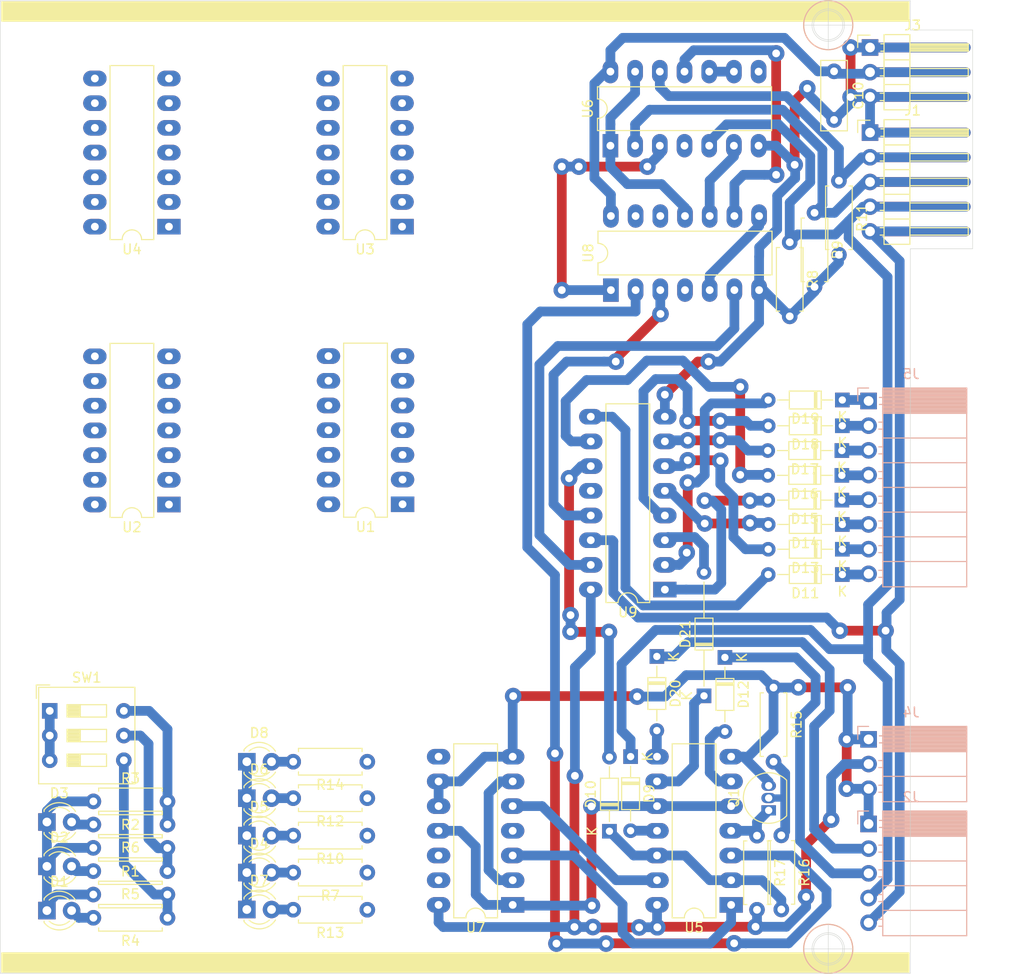
<source format=kicad_pcb>
(kicad_pcb (version 20171130) (host pcbnew 5.1.5+dfsg1-2build2)
  (title_block (title "Cascading 4017 Decada/Johnson Counter") (date 2021-10-07) (rev 1) (company "Silicon 4007") (comment 1 "Tec. Henrique Silva"))
  (layers (0 F.Cu signal) (31 B.Cu signal) (34 B.Paste user) (35 F.Paste user) (36 B.SilkS user) (37 F.SilkS user) (38 B.Mask user) (39 F.Mask user) (44 Edge.Cuts user))
  (net 0 "")
  (net 1 GNDD)
  (net 2 +5VD)
  (net 3 "Net-(D1-Pad2)")
  (net 4 "Net-(D2-Pad2)")
  (net 5 "Net-(D3-Pad2)")
  (net 6 "Net-(D4-Pad2)")
  (net 7 "Net-(D5-Pad2)")
  (net 8 "Net-(D6-Pad2)")
  (net 9 "Net-(D7-Pad2)")
  (net 10 "Net-(D8-Pad2)")
  (net 11 "Net-(D9-Pad2)")
  (net 12 "Net-(D10-Pad2)")
  (net 13 "Net-(D10-Pad1)")
  (net 14 "Net-(D11-Pad2)")
  (net 15 "Net-(D11-Pad1)")
  (net 16 "Net-(D12-Pad2)")
  (net 17 "Net-(D13-Pad2)")
  (net 18 "Net-(D13-Pad1)")
  (net 19 "Net-(D14-Pad2)")
  (net 20 "Net-(D14-Pad1)")
  (net 21 "Net-(D15-Pad2)")
  (net 22 "Net-(D15-Pad1)")
  (net 23 "Net-(D16-Pad2)")
  (net 24 "Net-(D16-Pad1)")
  (net 25 "Net-(D17-Pad2)")
  (net 26 "Net-(D17-Pad1)")
  (net 27 "Net-(D18-Pad2)")
  (net 28 "Net-(D18-Pad1)")
  (net 29 "Net-(D19-Pad2)")
  (net 30 "Net-(D20-Pad2)")
  (net 31 FBO)
  (net 32 "Net-(D21-Pad2)")
  (net 33 !LBO)
  (net 34 EI)
  (net 35 MRI)
  (net 36 LBLBI)
  (net 37 CLK)
  (net 38 "Net-(Q1-Pad1)")
  (net 39 "Net-(Q1-Pad2)")
  (net 40 LB_SW)
  (net 41 NB_SW)
  (net 42 FB_SW)
  (net 43 FBMon)
  (net 44 NBMon)
  (net 45 LBMon)
  (net 46 ELMon)
  (net 47 MRLMon)
  (net 48 "Net-(U1-Pad6)")
  (net 49 "Net-(U1-Pad12)")
  (net 50 "Net-(U1-Pad4)")
  (net 51 "Net-(U1-Pad10)")
  (net 52 "Net-(U1-Pad2)")
  (net 53 "Net-(U1-Pad8)")
  (net 54 "Net-(U5-Pad3)")
  (net 55 "Net-(U6-Pad3)")
  (net 56 "Net-(U9-Pad12)")
  (net 57 "Net-(D19-Pad1)")
  (net 58 "Net-(D21-Pad1)")
  (net 59 "Net-(U5-Pad10)")
  (net 60 "Net-(U6-Pad6)")
  (net 61 "Net-(U6-Pad11)")
  (net 62 "Net-(U6-Pad8)")
  (net 63 "Net-(U8-Pad6)")
  (net 64 "Net-(U5-Pad1)")
  (net 65 "Net-(U1-Pad3)")
  (net 66 "Net-(U2-Pad3)")
  (net 67 "Net-(U8-Pad3)")
  (net 68 "Net-(U4-Pad10)")
  (net 69 "Net-(U3-Pad8)")
  (net 70 "Net-(U1-Pad11)")
  (net 71 "Net-(U1-Pad9)")
  (net 72 "Net-(U4-Pad11)")
  (net 73 "Net-(U6-Pad1)")
  (net 74 "Net-(U8-Pad5)")
  (net 75 "Net-(U7-Pad8)")
  (net 76 "Net-(U7-Pad2)")
  (module Resistor_THT:R_Axial_DIN0207_L6.3mm_D2.5mm_P7.62mm_Horizontal (layer F.Cu) (at 152.82 133.61)
    (fp_text reference R2 (at 3.81 -2.37) (layer F.SilkS))
    (fp_text value 300K)
    (pad 2 thru_hole oval (at 7.62 0) (size 1.6 1.6) (drill 0.8) (layers *.Cu *.Mask) (net 41 NB_SW))
    (pad 1 thru_hole circle (at 0 0) (size 1.6 1.6) (drill 0.8) (layers *.Cu *.Mask) (net 1 GNDD))
  )
  (module Resistor_THT:R_Axial_DIN0207_L6.3mm_D2.5mm_P7.62mm_Horizontal (layer F.Cu) (at 160.45 140.8 180)
    (fp_text reference R4 (at 3.81 -2.37) (layer F.SilkS))
    (fp_text value 150K)
    (pad 2 thru_hole oval (at 7.62 0 180) (size 1.6 1.6) (drill 0.8) (layers *.Cu *.Mask) (net 3 "Net-(D1-Pad2)"))
    (pad 1 thru_hole circle (at 0 0 180) (size 1.6 1.6) (drill 0.8) (layers *.Cu *.Mask) (net 40 LB_SW))
  )
  (module Resistor_THT:R_Axial_DIN0207_L6.3mm_D2.5mm_P7.62mm_Horizontal (layer F.Cu) (at 152.83 128.83)
    (fp_text reference R3 (at 3.81 -2.37) (layer F.SilkS))
    (fp_text value 300K)
    (pad 2 thru_hole oval (at 7.62 0) (size 1.6 1.6) (drill 0.8) (layers *.Cu *.Mask) (net 42 FB_SW))
    (pad 1 thru_hole circle (at 0 0) (size 1.6 1.6) (drill 0.8) (layers *.Cu *.Mask) (net 1 GNDD))
  )
  (module Button_Switch_THT:SW_DIP_SPSTx03_Slide_9.78x9.8mm_W7.62mm_P2.54mm (layer F.Cu) (at 148.34 119.52)
    (fp_text reference SW1 (at 3.81 -3.42) (layer F.SilkS))
    (fp_text value B-SET)
    (pad 1 thru_hole rect (at 0 0) (size 1.6 1.6) (drill 0.8) (layers *.Cu *.Mask) (net 2 +5VD))
    (pad 4 thru_hole oval (at 7.62 5.08) (size 1.6 1.6) (drill 0.8) (layers *.Cu *.Mask) (net 40 LB_SW))
    (pad 2 thru_hole oval (at 0 2.54) (size 1.6 1.6) (drill 0.8) (layers *.Cu *.Mask) (net 2 +5VD))
    (pad 5 thru_hole oval (at 7.62 2.54) (size 1.6 1.6) (drill 0.8) (layers *.Cu *.Mask) (net 41 NB_SW))
    (pad 3 thru_hole oval (at 0 5.08) (size 1.6 1.6) (drill 0.8) (layers *.Cu *.Mask) (net 2 +5VD))
    (pad 6 thru_hole oval (at 7.62 0) (size 1.6 1.6) (drill 0.8) (layers *.Cu *.Mask) (net 42 FB_SW))
  )
  (module Resistor_THT:R_Axial_DIN0207_L6.3mm_D2.5mm_P7.62mm_Horizontal (layer F.Cu) (at 160.44 136 180)
    (fp_text reference R5 (at 3.81 -2.37) (layer F.SilkS))
    (fp_text value 150K)
    (pad 2 thru_hole oval (at 7.62 0 180) (size 1.6 1.6) (drill 0.8) (layers *.Cu *.Mask) (net 4 "Net-(D2-Pad2)"))
    (pad 1 thru_hole circle (at 0 0 180) (size 1.6 1.6) (drill 0.8) (layers *.Cu *.Mask) (net 41 NB_SW))
  )
  (module Resistor_THT:R_Axial_DIN0207_L6.3mm_D2.5mm_P7.62mm_Horizontal (layer F.Cu) (at 160.45 131.21 180)
    (fp_text reference R6 (at 3.81 -2.37) (layer F.SilkS))
    (fp_text value 150K)
    (pad 2 thru_hole oval (at 7.62 0 180) (size 1.6 1.6) (drill 0.8) (layers *.Cu *.Mask) (net 5 "Net-(D3-Pad2)"))
    (pad 1 thru_hole circle (at 0 0 180) (size 1.6 1.6) (drill 0.8) (layers *.Cu *.Mask) (net 42 FB_SW))
  )
  (module LED_THT:LED_D3.0mm (layer F.Cu) (at 148.05 130.95)
    (fp_text reference D3 (at 1.27 -2.96) (layer F.SilkS))
    (fp_text value FB)
    (pad 1 thru_hole rect (at 0 0) (size 1.8 1.8) (drill 0.9) (layers *.Cu *.Mask) (net 1 GNDD))
    (pad 2 thru_hole circle (at 2.54 0) (size 1.8 1.8) (drill 0.9) (layers *.Cu *.Mask) (net 5 "Net-(D3-Pad2)"))
  )
  (module LED_THT:LED_D3.0mm (layer F.Cu) (at 148.05 135.51)
    (fp_text reference D2 (at 1.27 -2.96) (layer F.SilkS))
    (fp_text value NB)
    (pad 1 thru_hole rect (at 0 0) (size 1.8 1.8) (drill 0.9) (layers *.Cu *.Mask) (net 1 GNDD))
    (pad 2 thru_hole circle (at 2.54 0) (size 1.8 1.8) (drill 0.9) (layers *.Cu *.Mask) (net 4 "Net-(D2-Pad2)"))
  )
  (module LED_THT:LED_D3.0mm (layer F.Cu) (at 148.05 140.06)
    (fp_text reference D1 (at 1.27 -2.96) (layer F.SilkS))
    (fp_text value LB)
    (pad 1 thru_hole rect (at 0 0) (size 1.8 1.8) (drill 0.9) (layers *.Cu *.Mask) (net 1 GNDD))
    (pad 2 thru_hole circle (at 2.54 0) (size 1.8 1.8) (drill 0.9) (layers *.Cu *.Mask) (net 3 "Net-(D1-Pad2)"))
  )
  (module Resistor_THT:R_Axial_DIN0207_L6.3mm_D2.5mm_P7.62mm_Horizontal (layer F.Cu) (at 152.82 138.41)
    (fp_text reference R1 (at 3.81 -2.37) (layer F.SilkS))
    (fp_text value 300K)
    (pad 2 thru_hole oval (at 7.62 0) (size 1.6 1.6) (drill 0.8) (layers *.Cu *.Mask) (net 40 LB_SW))
    (pad 1 thru_hole circle (at 0 0) (size 1.6 1.6) (drill 0.8) (layers *.Cu *.Mask) (net 1 GNDD))
  )
  (module Diode_THT:D_DO-34_SOD68_P12.70mm_Horizontal (layer F.Cu) (at 215.625 117.975 90)
    (fp_text reference D21 (at 6.35 -1.92 90) (layer F.SilkS))
    (fp_text value 1N4148)
    (fp_text user K (at 0 -1.75 90) (layer F.SilkS))
    (pad 2 thru_hole oval (at 12.7 0 90) (size 1.5 1.5) (drill 0.75) (layers *.Cu *.Mask) (net 32 "Net-(D21-Pad2)"))
    (pad 1 thru_hole rect (at 0 0 90) (size 1.5 1.5) (drill 0.75) (layers *.Cu *.Mask) (net 58 "Net-(D21-Pad1)"))
  )
  (module Diode_THT:D_DO-34_SOD68_P7.62mm_Horizontal (layer F.Cu) (at 229.85 87.55 180)
    (fp_text reference D19 (at 3.81 -1.92) (layer F.SilkS))
    (fp_text value 1N4148)
    (fp_text user K (at 0 -1.75) (layer F.SilkS))
    (pad 2 thru_hole oval (at 7.62 0 180) (size 1.5 1.5) (drill 0.75) (layers *.Cu *.Mask) (net 29 "Net-(D19-Pad2)"))
    (pad 1 thru_hole rect (at 0 0 180) (size 1.5 1.5) (drill 0.75) (layers *.Cu *.Mask) (net 57 "Net-(D19-Pad1)"))
  )
  (module Diode_THT:D_DO-34_SOD68_P7.62mm_Horizontal (layer F.Cu) (at 229.85 90.2 180)
    (fp_text reference D18 (at 3.81 -1.92) (layer F.SilkS))
    (fp_text value 1N4148)
    (fp_text user K (at 0 -1.75) (layer F.SilkS))
    (pad 2 thru_hole oval (at 7.62 0 180) (size 1.5 1.5) (drill 0.75) (layers *.Cu *.Mask) (net 27 "Net-(D18-Pad2)"))
    (pad 1 thru_hole rect (at 0 0 180) (size 1.5 1.5) (drill 0.75) (layers *.Cu *.Mask) (net 28 "Net-(D18-Pad1)"))
  )
  (module Diode_THT:D_DO-34_SOD68_P7.62mm_Horizontal (layer F.Cu) (at 229.8 92.75 180)
    (fp_text reference D17 (at 3.81 -1.92) (layer F.SilkS))
    (fp_text value 1N4148)
    (fp_text user K (at 0 -1.75) (layer F.SilkS))
    (pad 2 thru_hole oval (at 7.62 0 180) (size 1.5 1.5) (drill 0.75) (layers *.Cu *.Mask) (net 25 "Net-(D17-Pad2)"))
    (pad 1 thru_hole rect (at 0 0 180) (size 1.5 1.5) (drill 0.75) (layers *.Cu *.Mask) (net 26 "Net-(D17-Pad1)"))
  )
  (module Diode_THT:D_DO-34_SOD68_P7.62mm_Horizontal (layer F.Cu) (at 229.8 95.3 180)
    (fp_text reference D16 (at 3.81 -1.92) (layer F.SilkS))
    (fp_text value 1N4148)
    (fp_text user K (at 0 -1.75) (layer F.SilkS))
    (pad 2 thru_hole oval (at 7.62 0 180) (size 1.5 1.5) (drill 0.75) (layers *.Cu *.Mask) (net 23 "Net-(D16-Pad2)"))
    (pad 1 thru_hole rect (at 0 0 180) (size 1.5 1.5) (drill 0.75) (layers *.Cu *.Mask) (net 24 "Net-(D16-Pad1)"))
  )
  (module Diode_THT:D_DO-34_SOD68_P7.62mm_Horizontal (layer F.Cu) (at 229.8 97.85 180)
    (fp_text reference D15 (at 3.81 -1.92) (layer F.SilkS))
    (fp_text value 1N4148)
    (fp_text user K (at 0 -1.75) (layer F.SilkS))
    (pad 2 thru_hole oval (at 7.62 0 180) (size 1.5 1.5) (drill 0.75) (layers *.Cu *.Mask) (net 21 "Net-(D15-Pad2)"))
    (pad 1 thru_hole rect (at 0 0 180) (size 1.5 1.5) (drill 0.75) (layers *.Cu *.Mask) (net 22 "Net-(D15-Pad1)"))
  )
  (module Diode_THT:D_DO-34_SOD68_P7.62mm_Horizontal (layer F.Cu) (at 229.85 100.35 180)
    (fp_text reference D14 (at 3.81 -1.92) (layer F.SilkS))
    (fp_text value 1N4148)
    (fp_text user K (at 0 -1.75) (layer F.SilkS))
    (pad 2 thru_hole oval (at 7.62 0 180) (size 1.5 1.5) (drill 0.75) (layers *.Cu *.Mask) (net 19 "Net-(D14-Pad2)"))
    (pad 1 thru_hole rect (at 0 0 180) (size 1.5 1.5) (drill 0.75) (layers *.Cu *.Mask) (net 20 "Net-(D14-Pad1)"))
  )
  (module Diode_THT:D_DO-34_SOD68_P7.62mm_Horizontal (layer F.Cu) (at 229.85 102.9 180)
    (fp_text reference D13 (at 3.81 -1.92) (layer F.SilkS))
    (fp_text value 1N4148)
    (fp_text user K (at 0 -1.75) (layer F.SilkS))
    (pad 2 thru_hole oval (at 7.62 0 180) (size 1.5 1.5) (drill 0.75) (layers *.Cu *.Mask) (net 17 "Net-(D13-Pad2)"))
    (pad 1 thru_hole rect (at 0 0 180) (size 1.5 1.5) (drill 0.75) (layers *.Cu *.Mask) (net 18 "Net-(D13-Pad1)"))
  )
  (module Diode_THT:D_DO-34_SOD68_P7.62mm_Horizontal (layer F.Cu) (at 229.85 105.5 180)
    (fp_text reference D11 (at 3.81 -1.92) (layer F.SilkS))
    (fp_text value 1N4148)
    (fp_text user K (at 0 -1.75) (layer F.SilkS))
    (pad 2 thru_hole oval (at 7.62 0 180) (size 1.5 1.5) (drill 0.75) (layers *.Cu *.Mask) (net 14 "Net-(D11-Pad2)"))
    (pad 1 thru_hole rect (at 0 0 180) (size 1.5 1.5) (drill 0.75) (layers *.Cu *.Mask) (net 15 "Net-(D11-Pad1)"))
  )
  (module Diode_THT:D_DO-34_SOD68_P7.62mm_Horizontal (layer F.Cu) (at 205.9 131.9 90)
    (fp_text reference D10 (at 3.81 -1.92 90) (layer F.SilkS))
    (fp_text value 1N4148)
    (fp_text user K (at 0 -1.75 90) (layer F.SilkS))
    (pad 2 thru_hole oval (at 7.62 0 90) (size 1.5 1.5) (drill 0.75) (layers *.Cu *.Mask) (net 12 "Net-(D10-Pad2)"))
    (pad 1 thru_hole rect (at 0 0 90) (size 1.5 1.5) (drill 0.75) (layers *.Cu *.Mask) (net 13 "Net-(D10-Pad1)"))
  )
  (module Package_DIP:DIP-14_W7.62mm_LongPads (layer F.Cu) (at 160.6 69.725 180)
    (fp_text reference U4 (at 3.81 -2.33) (layer F.SilkS))
    (fp_text value 74LS08)
    (pad 1 thru_hole rect (at 0 0 180) (size 2.4 1.6) (drill 0.8) (layers *.Cu *.Mask) (net 41 NB_SW))
    (pad 8 thru_hole oval (at 7.62 15.24 180) (size 2.4 1.6) (drill 0.8) (layers *.Cu *.Mask) (net 47 MRLMon))
    (pad 2 thru_hole oval (at 0 2.54 180) (size 2.4 1.6) (drill 0.8) (layers *.Cu *.Mask) (net 42 FB_SW))
    (pad 9 thru_hole oval (at 7.62 12.7 180) (size 2.4 1.6) (drill 0.8) (layers *.Cu *.Mask) (net 40 LB_SW))
    (pad 3 thru_hole oval (at 0 5.08 180) (size 2.4 1.6) (drill 0.8) (layers *.Cu *.Mask) (net 68 "Net-(U4-Pad10)"))
    (pad 10 thru_hole oval (at 7.62 10.16 180) (size 2.4 1.6) (drill 0.8) (layers *.Cu *.Mask) (net 68 "Net-(U4-Pad10)"))
    (pad 4 thru_hole oval (at 0 7.62 180) (size 2.4 1.6) (drill 0.8) (layers *.Cu *.Mask) (net 48 "Net-(U1-Pad6)"))
    (pad 11 thru_hole oval (at 7.62 7.62 180) (size 2.4 1.6) (drill 0.8) (layers *.Cu *.Mask) (net 72 "Net-(U4-Pad11)"))
    (pad 5 thru_hole oval (at 0 10.16 180) (size 2.4 1.6) (drill 0.8) (layers *.Cu *.Mask) (net 69 "Net-(U3-Pad8)"))
    (pad 12 thru_hole oval (at 7.62 5.08 180) (size 2.4 1.6) (drill 0.8) (layers *.Cu *.Mask) (net 47 MRLMon))
    (pad 6 thru_hole oval (at 0 12.7 180) (size 2.4 1.6) (drill 0.8) (layers *.Cu *.Mask) (net 46 ELMon))
    (pad 13 thru_hole oval (at 7.62 2.54 180) (size 2.4 1.6) (drill 0.8) (layers *.Cu *.Mask) (net 13 "Net-(D10-Pad1)"))
    (pad 7 thru_hole oval (at 0 15.24 180) (size 2.4 1.6) (drill 0.8) (layers *.Cu *.Mask) (net 1 GNDD))
    (pad 14 thru_hole oval (at 7.62 0 180) (size 2.4 1.6) (drill 0.8) (layers *.Cu *.Mask) (net 2 +5VD))
  )
  (module Package_DIP:DIP-14_W7.62mm_LongPads (layer F.Cu) (at 184.575 69.725 180)
    (fp_text reference U3 (at 3.81 -2.33) (layer F.SilkS))
    (fp_text value 74LS08)
    (pad 1 thru_hole rect (at 0 0 180) (size 2.4 1.6) (drill 0.8) (layers *.Cu *.Mask) (net 41 NB_SW))
    (pad 8 thru_hole oval (at 7.62 15.24 180) (size 2.4 1.6) (drill 0.8) (layers *.Cu *.Mask) (net 69 "Net-(U3-Pad8)"))
    (pad 2 thru_hole oval (at 0 2.54 180) (size 2.4 1.6) (drill 0.8) (layers *.Cu *.Mask) (net 51 "Net-(U1-Pad10)"))
    (pad 9 thru_hole oval (at 7.62 12.7 180) (size 2.4 1.6) (drill 0.8) (layers *.Cu *.Mask) (net 52 "Net-(U1-Pad2)"))
    (pad 3 thru_hole oval (at 0 5.08 180) (size 2.4 1.6) (drill 0.8) (layers *.Cu *.Mask) (net 44 NBMon))
    (pad 10 thru_hole oval (at 7.62 10.16 180) (size 2.4 1.6) (drill 0.8) (layers *.Cu *.Mask) (net 49 "Net-(U1-Pad12)"))
    (pad 4 thru_hole oval (at 0 7.62 180) (size 2.4 1.6) (drill 0.8) (layers *.Cu *.Mask) (net 53 "Net-(U1-Pad8)"))
    (pad 11 thru_hole oval (at 7.62 7.62 180) (size 2.4 1.6) (drill 0.8) (layers *.Cu *.Mask) (net 43 FBMon))
    (pad 5 thru_hole oval (at 0 10.16 180) (size 2.4 1.6) (drill 0.8) (layers *.Cu *.Mask) (net 40 LB_SW))
    (pad 12 thru_hole oval (at 7.62 5.08 180) (size 2.4 1.6) (drill 0.8) (layers *.Cu *.Mask) (net 42 FB_SW))
    (pad 6 thru_hole oval (at 0 12.7 180) (size 2.4 1.6) (drill 0.8) (layers *.Cu *.Mask) (net 45 LBMon))
    (pad 13 thru_hole oval (at 7.62 2.54 180) (size 2.4 1.6) (drill 0.8) (layers *.Cu *.Mask) (net 50 "Net-(U1-Pad4)"))
    (pad 7 thru_hole oval (at 0 15.24 180) (size 2.4 1.6) (drill 0.8) (layers *.Cu *.Mask) (net 1 GNDD))
    (pad 14 thru_hole oval (at 7.62 0 180) (size 2.4 1.6) (drill 0.8) (layers *.Cu *.Mask) (net 2 +5VD))
  )
  (module Package_DIP:DIP-14_W7.62mm_LongPads (layer F.Cu) (at 184.625 98.275 180)
    (fp_text reference U1 (at 3.81 -2.33) (layer F.SilkS))
    (fp_text value 74LS04)
    (pad 1 thru_hole rect (at 0 0 180) (size 2.4 1.6) (drill 0.8) (layers *.Cu *.Mask) (net 41 NB_SW))
    (pad 8 thru_hole oval (at 7.62 15.24 180) (size 2.4 1.6) (drill 0.8) (layers *.Cu *.Mask) (net 53 "Net-(U1-Pad8)"))
    (pad 2 thru_hole oval (at 0 2.54 180) (size 2.4 1.6) (drill 0.8) (layers *.Cu *.Mask) (net 52 "Net-(U1-Pad2)"))
    (pad 9 thru_hole oval (at 7.62 12.7 180) (size 2.4 1.6) (drill 0.8) (layers *.Cu *.Mask) (net 71 "Net-(U1-Pad9)"))
    (pad 3 thru_hole oval (at 0 5.08 180) (size 2.4 1.6) (drill 0.8) (layers *.Cu *.Mask) (net 65 "Net-(U1-Pad3)"))
    (pad 10 thru_hole oval (at 7.62 10.16 180) (size 2.4 1.6) (drill 0.8) (layers *.Cu *.Mask) (net 51 "Net-(U1-Pad10)"))
    (pad 4 thru_hole oval (at 0 7.62 180) (size 2.4 1.6) (drill 0.8) (layers *.Cu *.Mask) (net 50 "Net-(U1-Pad4)"))
    (pad 11 thru_hole oval (at 7.62 7.62 180) (size 2.4 1.6) (drill 0.8) (layers *.Cu *.Mask) (net 70 "Net-(U1-Pad11)"))
    (pad 5 thru_hole oval (at 0 10.16 180) (size 2.4 1.6) (drill 0.8) (layers *.Cu *.Mask) (net 40 LB_SW))
    (pad 12 thru_hole oval (at 7.62 5.08 180) (size 2.4 1.6) (drill 0.8) (layers *.Cu *.Mask) (net 49 "Net-(U1-Pad12)"))
    (pad 6 thru_hole oval (at 0 12.7 180) (size 2.4 1.6) (drill 0.8) (layers *.Cu *.Mask) (net 48 "Net-(U1-Pad6)"))
    (pad 13 thru_hole oval (at 7.62 2.54 180) (size 2.4 1.6) (drill 0.8) (layers *.Cu *.Mask) (net 42 FB_SW))
    (pad 7 thru_hole oval (at 0 15.24 180) (size 2.4 1.6) (drill 0.8) (layers *.Cu *.Mask) (net 1 GNDD))
    (pad 14 thru_hole oval (at 7.62 0 180) (size 2.4 1.6) (drill 0.8) (layers *.Cu *.Mask) (net 2 +5VD))
  )
  (module Diode_THT:D_DO-34_SOD68_P7.62mm_Horizontal (layer F.Cu) (at 217.775 114.025 270)
    (fp_text reference D12 (at 3.81 -1.92 90) (layer F.SilkS))
    (fp_text value 1N4148)
    (fp_text user K (at 0 -1.75 90) (layer F.SilkS))
    (pad 2 thru_hole oval (at 7.62 0 270) (size 1.5 1.5) (drill 0.75) (layers *.Cu *.Mask) (net 16 "Net-(D12-Pad2)"))
    (pad 1 thru_hole rect (at 0 0 270) (size 1.5 1.5) (drill 0.75) (layers *.Cu *.Mask) (net 33 !LBO))
  )
  (module Package_DIP:DIP-14_W7.62mm_LongPads (layer F.Cu) (at 195.95 139.475 180)
    (fp_text reference U7 (at 3.81 -2.33) (layer F.SilkS))
    (fp_text value 74LS32)
    (pad 14 thru_hole oval (at 7.62 0 180) (size 2.4 1.6) (drill 0.8) (layers *.Cu *.Mask) (net 2 +5VD))
    (pad 7 thru_hole oval (at 0 15.24 180) (size 2.4 1.6) (drill 0.8) (layers *.Cu *.Mask) (net 1 GNDD))
    (pad 13 thru_hole oval (at 7.62 2.54 180) (size 2.4 1.6) (drill 0.8) (layers *.Cu *.Mask) (net 43 FBMon))
    (pad 6 thru_hole oval (at 0 12.7 180) (size 2.4 1.6) (drill 0.8) (layers *.Cu *.Mask) (net 76 "Net-(U7-Pad2)"))
    (pad 12 thru_hole oval (at 7.62 5.08 180) (size 2.4 1.6) (drill 0.8) (layers *.Cu *.Mask) (net 44 NBMon))
    (pad 5 thru_hole oval (at 0 10.16 180) (size 2.4 1.6) (drill 0.8) (layers *.Cu *.Mask) (net 45 LBMon))
    (pad 11 thru_hole oval (at 7.62 7.62 180) (size 2.4 1.6) (drill 0.8) (layers *.Cu *.Mask) (net 59 "Net-(U5-Pad10)"))
    (pad 4 thru_hole oval (at 0 7.62 180) (size 2.4 1.6) (drill 0.8) (layers *.Cu *.Mask) (net 46 ELMon))
    (pad 10 thru_hole oval (at 7.62 10.16 180) (size 2.4 1.6) (drill 0.8) (layers *.Cu *.Mask) (net 1 GNDD))
    (pad 3 thru_hole oval (at 0 5.08 180) (size 2.4 1.6) (drill 0.8) (layers *.Cu *.Mask) (net 64 "Net-(U5-Pad1)"))
    (pad 9 thru_hole oval (at 7.62 12.7 180) (size 2.4 1.6) (drill 0.8) (layers *.Cu *.Mask) (net 1 GNDD))
    (pad 2 thru_hole oval (at 0 2.54 180) (size 2.4 1.6) (drill 0.8) (layers *.Cu *.Mask) (net 76 "Net-(U7-Pad2)"))
    (pad 8 thru_hole oval (at 7.62 15.24 180) (size 2.4 1.6) (drill 0.8) (layers *.Cu *.Mask) (net 75 "Net-(U7-Pad8)"))
    (pad 1 thru_hole rect (at 0 0 180) (size 2.4 1.6) (drill 0.8) (layers *.Cu *.Mask) (net 59 "Net-(U5-Pad10)"))
  )
  (module Package_DIP:DIP-14_W7.62mm_LongPads (layer F.Cu) (at 218.415 139.475 180)
    (fp_text reference U5 (at 3.81 -2.33) (layer F.SilkS))
    (fp_text value 74LS08)
    (pad 14 thru_hole oval (at 7.62 0 180) (size 2.4 1.6) (drill 0.8) (layers *.Cu *.Mask) (net 2 +5VD))
    (pad 7 thru_hole oval (at 0 15.24 180) (size 2.4 1.6) (drill 0.8) (layers *.Cu *.Mask) (net 1 GNDD))
    (pad 13 thru_hole oval (at 7.62 2.54 180) (size 2.4 1.6) (drill 0.8) (layers *.Cu *.Mask) (net 45 LBMon))
    (pad 6 thru_hole oval (at 0 12.7 180) (size 2.4 1.6) (drill 0.8) (layers *.Cu *.Mask) (net 16 "Net-(D12-Pad2)"))
    (pad 12 thru_hole oval (at 7.62 5.08 180) (size 2.4 1.6) (drill 0.8) (layers *.Cu *.Mask) (net 13 "Net-(D10-Pad1)"))
    (pad 5 thru_hole oval (at 0 10.16 180) (size 2.4 1.6) (drill 0.8) (layers *.Cu *.Mask) (net 59 "Net-(U5-Pad10)"))
    (pad 11 thru_hole oval (at 7.62 7.62 180) (size 2.4 1.6) (drill 0.8) (layers *.Cu *.Mask) (net 11 "Net-(D9-Pad2)"))
    (pad 4 thru_hole oval (at 0 7.62 180) (size 2.4 1.6) (drill 0.8) (layers *.Cu *.Mask) (net 38 "Net-(Q1-Pad1)"))
    (pad 10 thru_hole oval (at 7.62 10.16 180) (size 2.4 1.6) (drill 0.8) (layers *.Cu *.Mask) (net 59 "Net-(U5-Pad10)"))
    (pad 3 thru_hole oval (at 0 5.08 180) (size 2.4 1.6) (drill 0.8) (layers *.Cu *.Mask) (net 54 "Net-(U5-Pad3)"))
    (pad 9 thru_hole oval (at 7.62 12.7 180) (size 2.4 1.6) (drill 0.8) (layers *.Cu *.Mask) (net 58 "Net-(D21-Pad1)"))
    (pad 2 thru_hole oval (at 0 2.54 180) (size 2.4 1.6) (drill 0.8) (layers *.Cu *.Mask) (net 13 "Net-(D10-Pad1)"))
    (pad 8 thru_hole oval (at 7.62 15.24 180) (size 2.4 1.6) (drill 0.8) (layers *.Cu *.Mask) (net 30 "Net-(D20-Pad2)"))
    (pad 1 thru_hole rect (at 0 0 180) (size 2.4 1.6) (drill 0.8) (layers *.Cu *.Mask) (net 64 "Net-(U5-Pad1)"))
  )
  (module Package_DIP:DIP-16_W7.62mm_LongPads (layer F.Cu) (at 211.6 107.05 180)
    (fp_text reference U9 (at 3.81 -2.33) (layer F.SilkS))
    (fp_text value 4017)
    (pad 16 thru_hole oval (at 7.62 0 180) (size 2.4 1.6) (drill 0.8) (layers *.Cu *.Mask) (net 2 +5VD))
    (pad 8 thru_hole oval (at 0 17.78 180) (size 2.4 1.6) (drill 0.8) (layers *.Cu *.Mask) (net 1 GNDD))
    (pad 15 thru_hole oval (at 7.62 2.54 180) (size 2.4 1.6) (drill 0.8) (layers *.Cu *.Mask) (net 63 "Net-(U8-Pad6)"))
    (pad 7 thru_hole oval (at 0 15.24 180) (size 2.4 1.6) (drill 0.8) (layers *.Cu *.Mask) (net 25 "Net-(D17-Pad2)"))
    (pad 14 thru_hole oval (at 7.62 5.08 180) (size 2.4 1.6) (drill 0.8) (layers *.Cu *.Mask) (net 37 CLK))
    (pad 6 thru_hole oval (at 0 12.7 180) (size 2.4 1.6) (drill 0.8) (layers *.Cu *.Mask) (net 17 "Net-(D13-Pad2)"))
    (pad 13 thru_hole oval (at 7.62 7.62 180) (size 2.4 1.6) (drill 0.8) (layers *.Cu *.Mask) (net 67 "Net-(U8-Pad3)"))
    (pad 5 thru_hole oval (at 0 10.16 180) (size 2.4 1.6) (drill 0.8) (layers *.Cu *.Mask) (net 19 "Net-(D14-Pad2)"))
    (pad 12 thru_hole oval (at 7.62 10.16 180) (size 2.4 1.6) (drill 0.8) (layers *.Cu *.Mask) (net 56 "Net-(U9-Pad12)"))
    (pad 4 thru_hole oval (at 0 7.62 180) (size 2.4 1.6) (drill 0.8) (layers *.Cu *.Mask) (net 27 "Net-(D18-Pad2)"))
    (pad 11 thru_hole oval (at 7.62 12.7 180) (size 2.4 1.6) (drill 0.8) (layers *.Cu *.Mask) (net 12 "Net-(D10-Pad2)"))
    (pad 3 thru_hole oval (at 0 5.08 180) (size 2.4 1.6) (drill 0.8) (layers *.Cu *.Mask) (net 32 "Net-(D21-Pad2)"))
    (pad 10 thru_hole oval (at 7.62 15.24 180) (size 2.4 1.6) (drill 0.8) (layers *.Cu *.Mask) (net 23 "Net-(D16-Pad2)"))
    (pad 2 thru_hole oval (at 0 2.54 180) (size 2.4 1.6) (drill 0.8) (layers *.Cu *.Mask) (net 29 "Net-(D19-Pad2)"))
    (pad 9 thru_hole oval (at 7.62 17.78 180) (size 2.4 1.6) (drill 0.8) (layers *.Cu *.Mask) (net 14 "Net-(D11-Pad2)"))
    (pad 1 thru_hole rect (at 0 0 180) (size 2.4 1.6) (drill 0.8) (layers *.Cu *.Mask) (net 21 "Net-(D15-Pad2)"))
  )
  (module LED_THT:LED_D3.0mm (layer F.Cu) (at 168.61 124.75)
    (fp_text reference D8 (at 1.27 -2.96) (layer F.SilkS))
    (fp_text value MRLM)
    (pad 1 thru_hole rect (at 0 0) (size 1.8 1.8) (drill 0.9) (layers *.Cu *.Mask) (net 1 GNDD))
    (pad 2 thru_hole circle (at 2.54 0) (size 1.8 1.8) (drill 0.9) (layers *.Cu *.Mask) (net 10 "Net-(D8-Pad2)"))
  )
  (module LED_THT:LED_D3.0mm (layer F.Cu) (at 168.61 139.95)
    (fp_text reference D7 (at 1.27 -2.96) (layer F.SilkS))
    (fp_text value ELM)
    (pad 2 thru_hole circle (at 2.54 0) (size 1.8 1.8) (drill 0.9) (layers *.Cu *.Mask) (net 9 "Net-(D7-Pad2)"))
    (pad 1 thru_hole rect (at 0 0) (size 1.8 1.8) (drill 0.9) (layers *.Cu *.Mask) (net 1 GNDD))
  )
  (module LED_THT:LED_D3.0mm (layer F.Cu) (at 168.61 128.5)
    (fp_text reference D6 (at 1.27 -2.96) (layer F.SilkS))
    (fp_text value LBM)
    (pad 2 thru_hole circle (at 2.54 0) (size 1.8 1.8) (drill 0.9) (layers *.Cu *.Mask) (net 8 "Net-(D6-Pad2)"))
    (pad 1 thru_hole rect (at 0 0) (size 1.8 1.8) (drill 0.9) (layers *.Cu *.Mask) (net 1 GNDD))
  )
  (module LED_THT:LED_D3.0mm (layer F.Cu) (at 168.61 132.35)
    (fp_text reference D5 (at 1.27 -2.96) (layer F.SilkS))
    (fp_text value NBM)
    (pad 2 thru_hole circle (at 2.54 0) (size 1.8 1.8) (drill 0.9) (layers *.Cu *.Mask) (net 7 "Net-(D5-Pad2)"))
    (pad 1 thru_hole rect (at 0 0) (size 1.8 1.8) (drill 0.9) (layers *.Cu *.Mask) (net 1 GNDD))
  )
  (module LED_THT:LED_D3.0mm (layer F.Cu) (at 168.61 136.15)
    (fp_text reference D4 (at 1.27 -2.96) (layer F.SilkS))
    (fp_text value FBM)
    (pad 2 thru_hole circle (at 2.54 0) (size 1.8 1.8) (drill 0.9) (layers *.Cu *.Mask) (net 6 "Net-(D4-Pad2)"))
    (pad 1 thru_hole rect (at 0 0) (size 1.8 1.8) (drill 0.9) (layers *.Cu *.Mask) (net 1 GNDD))
  )
  (module Package_TO_SOT_THT:TO-92_Inline (layer F.Cu) (at 222.275 129.755 90)
    (fp_text reference Q1 (at 1.27 -3.56 90) (layer F.SilkS))
    (fp_text value BC549)
    (pad 1 thru_hole rect (at 0 0 90) (size 1.05 1.5) (drill 0.75) (layers *.Cu *.Mask) (net 38 "Net-(Q1-Pad1)"))
    (pad 3 thru_hole oval (at 2.54 0 90) (size 1.05 1.5) (drill 0.75) (layers *.Cu *.Mask) (net 1 GNDD))
    (pad 2 thru_hole oval (at 1.27 0 90) (size 1.05 1.5) (drill 0.75) (layers *.Cu *.Mask) (net 39 "Net-(Q1-Pad2)"))
  )
  (module Resistor_THT:R_Axial_DIN0207_L6.3mm_D2.5mm_P7.62mm_Horizontal (layer F.Cu) (at 223.575 132.325 270)
    (fp_text reference R16 (at 3.81 -2.37 90) (layer F.SilkS))
    (fp_text value 1K)
    (pad 2 thru_hole oval (at 7.62 0 270) (size 1.6 1.6) (drill 0.8) (layers *.Cu *.Mask) (net 13 "Net-(D10-Pad1)"))
    (pad 1 thru_hole circle (at 0 0 270) (size 1.6 1.6) (drill 0.8) (layers *.Cu *.Mask) (net 39 "Net-(Q1-Pad2)"))
  )
  (module Resistor_THT:R_Axial_DIN0207_L6.3mm_D2.5mm_P7.62mm_Horizontal (layer F.Cu) (at 181 128.5 180)
    (fp_text reference R12 (at 3.81 -2.37) (layer F.SilkS))
    (fp_text value 150K)
    (pad 1 thru_hole circle (at 0 0 180) (size 1.6 1.6) (drill 0.8) (layers *.Cu *.Mask) (net 45 LBMon))
    (pad 2 thru_hole oval (at 7.62 0 180) (size 1.6 1.6) (drill 0.8) (layers *.Cu *.Mask) (net 8 "Net-(D6-Pad2)"))
  )
  (module Resistor_THT:R_Axial_DIN0207_L6.3mm_D2.5mm_P7.62mm_Horizontal (layer F.Cu) (at 221.075 132.355 270)
    (fp_text reference R17 (at 3.81 -2.37 90) (layer F.SilkS))
    (fp_text value 300K)
    (pad 2 thru_hole oval (at 7.62 0 270) (size 1.6 1.6) (drill 0.8) (layers *.Cu *.Mask) (net 2 +5VD))
    (pad 1 thru_hole circle (at 0 0 270) (size 1.6 1.6) (drill 0.8) (layers *.Cu *.Mask) (net 38 "Net-(Q1-Pad1)"))
  )
  (module Resistor_THT:R_Axial_DIN0207_L6.3mm_D2.5mm_P7.62mm_Horizontal (layer F.Cu) (at 181 136.15 180)
    (fp_text reference R7 (at 3.81 -2.37) (layer F.SilkS))
    (fp_text value 150K)
    (pad 1 thru_hole circle (at 0 0 180) (size 1.6 1.6) (drill 0.8) (layers *.Cu *.Mask) (net 43 FBMon))
    (pad 2 thru_hole oval (at 7.62 0 180) (size 1.6 1.6) (drill 0.8) (layers *.Cu *.Mask) (net 6 "Net-(D4-Pad2)"))
  )
  (module Resistor_THT:R_Axial_DIN0207_L6.3mm_D2.5mm_P7.62mm_Horizontal (layer F.Cu) (at 181 139.973031 180)
    (fp_text reference R13 (at 3.81 -2.37) (layer F.SilkS))
    (fp_text value 150K)
    (pad 1 thru_hole circle (at 0 0 180) (size 1.6 1.6) (drill 0.8) (layers *.Cu *.Mask) (net 46 ELMon))
    (pad 2 thru_hole oval (at 7.62 0 180) (size 1.6 1.6) (drill 0.8) (layers *.Cu *.Mask) (net 9 "Net-(D7-Pad2)"))
  )
  (module Diode_THT:D_DO-34_SOD68_P7.62mm_Horizontal (layer F.Cu) (at 210.775 113.925 270)
    (fp_text reference D20 (at 3.81 -1.92 90) (layer F.SilkS))
    (fp_text value 1N4148)
    (fp_text user K (at 0 -1.75 90) (layer F.SilkS))
    (pad 2 thru_hole oval (at 7.62 0 270) (size 1.5 1.5) (drill 0.75) (layers *.Cu *.Mask) (net 30 "Net-(D20-Pad2)"))
    (pad 1 thru_hole rect (at 0 0 270) (size 1.5 1.5) (drill 0.75) (layers *.Cu *.Mask) (net 31 FBO))
  )
  (module Diode_THT:D_DO-34_SOD68_P7.62mm_Horizontal (layer F.Cu) (at 208.075 124.225 270)
    (fp_text reference D9 (at 3.81 -1.92 90) (layer F.SilkS))
    (fp_text value 1N4148)
    (fp_text user K (at 0 -1.75 90) (layer F.SilkS))
    (pad 2 thru_hole oval (at 7.62 0 270) (size 1.5 1.5) (drill 0.75) (layers *.Cu *.Mask) (net 11 "Net-(D9-Pad2)"))
    (pad 1 thru_hole rect (at 0 0 270) (size 1.5 1.5) (drill 0.75) (layers *.Cu *.Mask) (net 36 LBLBI))
  )
  (module Resistor_THT:R_Axial_DIN0207_L6.3mm_D2.5mm_P7.62mm_Horizontal (layer F.Cu) (at 222.775 117.125 270)
    (fp_text reference R15 (at 3.81 -2.37 90) (layer F.SilkS))
    (fp_text value 150K)
    (pad 2 thru_hole oval (at 7.62 0 270) (size 1.6 1.6) (drill 0.8) (layers *.Cu *.Mask) (net 39 "Net-(Q1-Pad2)"))
    (pad 1 thru_hole circle (at 0 0 270) (size 1.6 1.6) (drill 0.8) (layers *.Cu *.Mask) (net 1 GNDD))
  )
  (module Resistor_THT:R_Axial_DIN0207_L6.3mm_D2.5mm_P7.62mm_Horizontal (layer F.Cu) (at 181 132.35 180)
    (fp_text reference R10 (at 3.81 -2.37) (layer F.SilkS))
    (fp_text value 150K)
    (pad 1 thru_hole circle (at 0 0 180) (size 1.6 1.6) (drill 0.8) (layers *.Cu *.Mask) (net 44 NBMon))
    (pad 2 thru_hole oval (at 7.62 0 180) (size 1.6 1.6) (drill 0.8) (layers *.Cu *.Mask) (net 7 "Net-(D5-Pad2)"))
  )
  (module Resistor_THT:R_Axial_DIN0207_L6.3mm_D2.5mm_P7.62mm_Horizontal (layer F.Cu) (at 181 124.75 180)
    (fp_text reference R14 (at 3.81 -2.37) (layer F.SilkS))
    (fp_text value 150K)
    (pad 2 thru_hole oval (at 7.62 0 180) (size 1.6 1.6) (drill 0.8) (layers *.Cu *.Mask) (net 10 "Net-(D8-Pad2)"))
    (pad 1 thru_hole circle (at 0 0 180) (size 1.6 1.6) (drill 0.8) (layers *.Cu *.Mask) (net 47 MRLMon))
  )
  (module Package_DIP:DIP-14_W7.62mm_LongPads (layer F.Cu) (at 206 61.4 90)
    (fp_text reference U6 (at 3.81 -2.33 90) (layer F.SilkS))
    (fp_text value 74LS08)
    (pad 1 thru_hole rect (at 0 0 90) (size 2.4 1.6) (drill 0.8) (layers *.Cu *.Mask) (net 73 "Net-(U6-Pad1)"))
    (pad 8 thru_hole oval (at 7.62 15.24 90) (size 2.4 1.6) (drill 0.8) (layers *.Cu *.Mask) (net 62 "Net-(U6-Pad8)"))
    (pad 2 thru_hole oval (at 0 2.54 90) (size 2.4 1.6) (drill 0.8) (layers *.Cu *.Mask) (net 34 EI))
    (pad 9 thru_hole oval (at 7.62 12.7 90) (size 2.4 1.6) (drill 0.8) (layers *.Cu *.Mask) (net 1 GNDD))
    (pad 3 thru_hole oval (at 0 5.08 90) (size 2.4 1.6) (drill 0.8) (layers *.Cu *.Mask) (net 55 "Net-(U6-Pad3)"))
    (pad 10 thru_hole oval (at 7.62 10.16 90) (size 2.4 1.6) (drill 0.8) (layers *.Cu *.Mask) (net 1 GNDD))
    (pad 4 thru_hole oval (at 0 7.62 90) (size 2.4 1.6) (drill 0.8) (layers *.Cu *.Mask) (net 43 FBMon))
    (pad 11 thru_hole oval (at 7.62 7.62 90) (size 2.4 1.6) (drill 0.8) (layers *.Cu *.Mask) (net 61 "Net-(U6-Pad11)"))
    (pad 5 thru_hole oval (at 0 10.16 90) (size 2.4 1.6) (drill 0.8) (layers *.Cu *.Mask) (net 36 LBLBI))
    (pad 12 thru_hole oval (at 7.62 5.08 90) (size 2.4 1.6) (drill 0.8) (layers *.Cu *.Mask) (net 35 MRI))
    (pad 6 thru_hole oval (at 0 12.7 90) (size 2.4 1.6) (drill 0.8) (layers *.Cu *.Mask) (net 60 "Net-(U6-Pad6)"))
    (pad 13 thru_hole oval (at 7.62 2.54 90) (size 2.4 1.6) (drill 0.8) (layers *.Cu *.Mask) (net 73 "Net-(U6-Pad1)"))
    (pad 7 thru_hole oval (at 0 15.24 90) (size 2.4 1.6) (drill 0.8) (layers *.Cu *.Mask) (net 1 GNDD))
    (pad 14 thru_hole oval (at 7.62 0 90) (size 2.4 1.6) (drill 0.8) (layers *.Cu *.Mask) (net 2 +5VD))
  )
  (module Resistor_THT:R_Axial_DIN0207_L6.3mm_D2.5mm_P7.62mm_Horizontal (layer F.Cu) (at 229.5 65 270)
    (fp_text reference R11 (at 3.81 -2.37 90) (layer F.SilkS))
    (fp_text value 300K)
    (pad 2 thru_hole oval (at 7.62 0 270) (size 1.6 1.6) (drill 0.8) (layers *.Cu *.Mask) (net 1 GNDD))
    (pad 1 thru_hole circle (at 0 0 270) (size 1.6 1.6) (drill 0.8) (layers *.Cu *.Mask) (net 35 MRI))
  )
  (module Capacitor_THT:C_Rect_L7.0mm_W2.5mm_P5.00mm (layer F.Cu) (at 229 53.75 270)
    (fp_text reference C10 (at 2.5 -2.5 90) (layer F.SilkS))
    (fp_text value "100nF 63V")
    (pad 2 thru_hole circle (at 5 0 270) (size 1.6 1.6) (drill 0.8) (layers *.Cu *.Mask) (net 1 GNDD))
    (pad 1 thru_hole circle (at 0 0 270) (size 1.6 1.6) (drill 0.8) (layers *.Cu *.Mask) (net 2 +5VD))
  )
  (module Resistor_THT:R_Axial_DIN0207_L6.3mm_D2.5mm_P7.62mm_Horizontal (layer F.Cu) (at 226.99 68.3 270)
    (fp_text reference R9 (at 3.81 -2.37 90) (layer F.SilkS))
    (fp_text value 300K)
    (pad 2 thru_hole oval (at 7.62 0 270) (size 1.6 1.6) (drill 0.8) (layers *.Cu *.Mask) (net 1 GNDD))
    (pad 1 thru_hole circle (at 0 0 270) (size 1.6 1.6) (drill 0.8) (layers *.Cu *.Mask) (net 34 EI))
  )
  (module Resistor_THT:R_Axial_DIN0207_L6.3mm_D2.5mm_P7.62mm_Horizontal (layer F.Cu) (at 224.44 71.33 270)
    (fp_text reference R8 (at 3.81 -2.37 90) (layer F.SilkS))
    (fp_text value 300K)
    (pad 2 thru_hole oval (at 7.62 0 270) (size 1.6 1.6) (drill 0.8) (layers *.Cu *.Mask) (net 1 GNDD))
    (pad 1 thru_hole circle (at 0 0 270) (size 1.6 1.6) (drill 0.8) (layers *.Cu *.Mask) (net 36 LBLBI))
  )
  (module Package_DIP:DIP-14_W7.62mm_LongPads (layer F.Cu) (at 206.05 76.25 90)
    (fp_text reference U8 (at 3.81 -2.33 90) (layer F.SilkS))
    (fp_text value 74LS32)
    (pad 14 thru_hole oval (at 7.62 0 90) (size 2.4 1.6) (drill 0.8) (layers *.Cu *.Mask) (net 2 +5VD))
    (pad 7 thru_hole oval (at 0 15.24 90) (size 2.4 1.6) (drill 0.8) (layers *.Cu *.Mask) (net 1 GNDD))
    (pad 13 thru_hole oval (at 7.62 2.54 90) (size 2.4 1.6) (drill 0.8) (layers *.Cu *.Mask) (net 44 NBMon))
    (pad 6 thru_hole oval (at 0 12.7 90) (size 2.4 1.6) (drill 0.8) (layers *.Cu *.Mask) (net 63 "Net-(U8-Pad6)"))
    (pad 12 thru_hole oval (at 7.62 5.08 90) (size 2.4 1.6) (drill 0.8) (layers *.Cu *.Mask) (net 45 LBMon))
    (pad 5 thru_hole oval (at 0 10.16 90) (size 2.4 1.6) (drill 0.8) (layers *.Cu *.Mask) (net 74 "Net-(U8-Pad5)"))
    (pad 11 thru_hole oval (at 7.62 7.62 90) (size 2.4 1.6) (drill 0.8) (layers *.Cu *.Mask) (net 73 "Net-(U6-Pad1)"))
    (pad 4 thru_hole oval (at 0 7.62 90) (size 2.4 1.6) (drill 0.8) (layers *.Cu *.Mask) (net 72 "Net-(U4-Pad11)"))
    (pad 10 thru_hole oval (at 7.62 10.16 90) (size 2.4 1.6) (drill 0.8) (layers *.Cu *.Mask) (net 60 "Net-(U6-Pad6)"))
    (pad 3 thru_hole oval (at 0 5.08 90) (size 2.4 1.6) (drill 0.8) (layers *.Cu *.Mask) (net 67 "Net-(U8-Pad3)"))
    (pad 9 thru_hole oval (at 7.62 12.7 90) (size 2.4 1.6) (drill 0.8) (layers *.Cu *.Mask) (net 61 "Net-(U6-Pad11)"))
    (pad 2 thru_hole oval (at 0 2.54 90) (size 2.4 1.6) (drill 0.8) (layers *.Cu *.Mask) (net 54 "Net-(U5-Pad3)"))
    (pad 8 thru_hole oval (at 7.62 15.24 90) (size 2.4 1.6) (drill 0.8) (layers *.Cu *.Mask) (net 74 "Net-(U8-Pad5)"))
    (pad 1 thru_hole rect (at 0 0 90) (size 2.4 1.6) (drill 0.8) (layers *.Cu *.Mask) (net 55 "Net-(U6-Pad3)"))
  )
  (module Connector_PinSocket_2.54mm:PinSocket_1x08_P2.54mm_Horizontal (layer B.Cu) (at 232.55 87.65 180)
    (fp_text reference J5 (at -4.38 2.77) (layer B.SilkS) (effects (justify mirror)))
    (fp_text value BIT_OUT)
    (pad 1 thru_hole rect (at 0 0 180) (size 1.7 1.7) (drill 1) (layers *.Cu *.Mask) (net 57 "Net-(D19-Pad1)"))
    (pad 2 thru_hole oval (at 0 -2.54 180) (size 1.7 1.7) (drill 1) (layers *.Cu *.Mask) (net 28 "Net-(D18-Pad1)"))
    (pad 3 thru_hole oval (at 0 -5.08 180) (size 1.7 1.7) (drill 1) (layers *.Cu *.Mask) (net 26 "Net-(D17-Pad1)"))
    (pad 4 thru_hole oval (at 0 -7.62 180) (size 1.7 1.7) (drill 1) (layers *.Cu *.Mask) (net 24 "Net-(D16-Pad1)"))
    (pad 5 thru_hole oval (at 0 -10.16 180) (size 1.7 1.7) (drill 1) (layers *.Cu *.Mask) (net 22 "Net-(D15-Pad1)"))
    (pad 6 thru_hole oval (at 0 -12.7 180) (size 1.7 1.7) (drill 1) (layers *.Cu *.Mask) (net 20 "Net-(D14-Pad1)"))
    (pad 7 thru_hole oval (at 0 -15.24 180) (size 1.7 1.7) (drill 1) (layers *.Cu *.Mask) (net 18 "Net-(D13-Pad1)"))
    (pad 8 thru_hole oval (at 0 -17.78 180) (size 1.7 1.7) (drill 1) (layers *.Cu *.Mask) (net 15 "Net-(D11-Pad1)"))
  )
  (module Package_DIP:DIP-14_W7.62mm_LongPads (layer F.Cu) (at 160.6 98.3 180)
    (fp_text reference U2 (at 3.81 -2.33) (layer F.SilkS))
    (fp_text value 74LS32)
    (pad 14 thru_hole oval (at 7.62 0 180) (size 2.4 1.6) (drill 0.8) (layers *.Cu *.Mask) (net 2 +5VD))
    (pad 7 thru_hole oval (at 0 15.24 180) (size 2.4 1.6) (drill 0.8) (layers *.Cu *.Mask) (net 1 GNDD))
    (pad 13 thru_hole oval (at 7.62 2.54 180) (size 2.4 1.6) (drill 0.8) (layers *.Cu *.Mask) (net 41 NB_SW))
    (pad 6 thru_hole oval (at 0 12.7 180) (size 2.4 1.6) (drill 0.8) (layers *.Cu *.Mask) (net 71 "Net-(U1-Pad9)"))
    (pad 12 thru_hole oval (at 7.62 5.08 180) (size 2.4 1.6) (drill 0.8) (layers *.Cu *.Mask) (net 40 LB_SW))
    (pad 5 thru_hole oval (at 0 10.16 180) (size 2.4 1.6) (drill 0.8) (layers *.Cu *.Mask) (net 42 FB_SW))
    (pad 11 thru_hole oval (at 7.62 7.62 180) (size 2.4 1.6) (drill 0.8) (layers *.Cu *.Mask) (net 65 "Net-(U1-Pad3)"))
    (pad 4 thru_hole oval (at 0 7.62 180) (size 2.4 1.6) (drill 0.8) (layers *.Cu *.Mask) (net 41 NB_SW))
    (pad 10 thru_hole oval (at 7.62 10.16 180) (size 2.4 1.6) (drill 0.8) (layers *.Cu *.Mask) (net 40 LB_SW))
    (pad 3 thru_hole oval (at 0 5.08 180) (size 2.4 1.6) (drill 0.8) (layers *.Cu *.Mask) (net 66 "Net-(U2-Pad3)"))
    (pad 9 thru_hole oval (at 7.62 12.7 180) (size 2.4 1.6) (drill 0.8) (layers *.Cu *.Mask) (net 42 FB_SW))
    (pad 2 thru_hole oval (at 0 2.54 180) (size 2.4 1.6) (drill 0.8) (layers *.Cu *.Mask) (net 1 GNDD))
    (pad 8 thru_hole oval (at 7.62 15.24 180) (size 2.4 1.6) (drill 0.8) (layers *.Cu *.Mask) (net 70 "Net-(U1-Pad11)"))
    (pad 1 thru_hole rect (at 0 0 180) (size 2.4 1.6) (drill 0.8) (layers *.Cu *.Mask) (net 1 GNDD))
  )
  (module Connector_PinSocket_2.54mm:PinSocket_1x03_P2.54mm_Horizontal (layer B.Cu) (at 232.55 122.45 180)
    (fp_text reference J4 (at -4.38 2.77) (layer B.SilkS) (effects (justify mirror)))
    (fp_text value POWER_OUT)
    (pad 3 thru_hole oval (at 0 -5.08 180) (size 1.7 1.7) (drill 1) (layers *.Cu *.Mask) (net 1 GNDD))
    (pad 2 thru_hole oval (at 0 -2.54 180) (size 1.7 1.7) (drill 1) (layers *.Cu *.Mask) (net 2 +5VD))
    (pad 1 thru_hole rect (at 0 0 180) (size 1.7 1.7) (drill 1) (layers *.Cu *.Mask) (net 1 GNDD))
  )
  (module Connector_PinSocket_2.54mm:PinSocket_1x05_P2.54mm_Horizontal (layer B.Cu) (at 232.55 131.15 180)
    (fp_text reference J2 (at -4.38 2.77) (layer B.SilkS) (effects (justify mirror)))
    (fp_text value COM_OUT)
    (pad 5 thru_hole oval (at 0 -10.16 180) (size 1.7 1.7) (drill 1) (layers *.Cu *.Mask) (net 37 CLK))
    (pad 4 thru_hole oval (at 0 -7.62 180) (size 1.7 1.7) (drill 1) (layers *.Cu *.Mask) (net 36 LBLBI))
    (pad 3 thru_hole oval (at 0 -5.08 180) (size 1.7 1.7) (drill 1) (layers *.Cu *.Mask) (net 33 !LBO))
    (pad 2 thru_hole oval (at 0 -2.54 180) (size 1.7 1.7) (drill 1) (layers *.Cu *.Mask) (net 31 FBO))
    (pad 1 thru_hole rect (at 0 0 180) (size 1.7 1.7) (drill 1) (layers *.Cu *.Mask) (net 1 GNDD))
  )
  (module Connector_PinHeader_2.54mm:PinHeader_1x05_P2.54mm_Horizontal (layer F.Cu) (at 232.7 60.05)
    (fp_text reference J1 (at 4.385 -2.27) (layer F.SilkS))
    (fp_text value COM_IN)
    (pad 1 thru_hole rect (at 0 0) (size 1.7 1.7) (drill 1) (layers *.Cu *.Mask) (net 1 GNDD))
    (pad 2 thru_hole oval (at 0 2.54) (size 1.7 1.7) (drill 1) (layers *.Cu *.Mask) (net 35 MRI))
    (pad 3 thru_hole oval (at 0 5.08) (size 1.7 1.7) (drill 1) (layers *.Cu *.Mask) (net 34 EI))
    (pad 4 thru_hole oval (at 0 7.62) (size 1.7 1.7) (drill 1) (layers *.Cu *.Mask) (net 36 LBLBI))
    (pad 5 thru_hole oval (at 0 10.16) (size 1.7 1.7) (drill 1) (layers *.Cu *.Mask) (net 37 CLK))
  )
  (module Connector_PinHeader_2.54mm:PinHeader_1x03_P2.54mm_Horizontal (layer F.Cu) (at 232.7 51.3)
    (fp_text reference J3 (at 4.385 -2.27) (layer F.SilkS))
    (fp_text value POWER_IN)
    (pad 1 thru_hole rect (at 0 0) (size 1.7 1.7) (drill 1) (layers *.Cu *.Mask) (net 1 GNDD))
    (pad 2 thru_hole oval (at 0 2.54) (size 1.7 1.7) (drill 1) (layers *.Cu *.Mask) (net 2 +5VD))
    (pad 3 thru_hole oval (at 0 5.08) (size 1.7 1.7) (drill 1) (layers *.Cu *.Mask) (net 1 GNDD))
  )
  (gr_circle (center 228.4 49) (end 225.875 49) (layer B.SilkS) (width 0.12))
  (gr_circle (center 228.4 49) (end 225.875 49) (layer F.SilkS) (width 0.12))
  (gr_circle (center 228.4 144) (end 225.875 144) (layer F.SilkS) (width 0.12))
  (gr_circle (center 228.4 144) (end 225.875 144) (layer B.SilkS) (width 0.12))
  (gr_line (start 236.85 46.5) (end 143.25 46.5) (layer Edge.Cuts) (width 0.05))
  (gr_circle (center 228.4 144) (end 229.9 144) (layer Edge.Cuts) (width 0.05))
  (target plus (at 228.4 144) (size 5) (width 0.05) (layer Edge.Cuts))
  (gr_circle (center 228.4 49) (end 229.9 49) (layer Edge.Cuts) (width 0.05))
  (target plus (at 228.4 49) (size 5) (width 0.05) (layer Edge.Cuts))
  (gr_poly (pts (xy 236.7 146.4) (xy 143.4 146.4) (xy 143.4 144.4) (xy 236.7 144.4)) (layer F.SilkS) (width 0.1))
  (gr_poly (pts (xy 236.7 48.6) (xy 143.4 48.6) (xy 143.4 46.6) (xy 236.7 46.6)) (layer F.SilkS) (width 0.1))
  (gr_line (start 236.85 46.5) (end 236.85 49.5) (layer Edge.Cuts) (width 0.05))
  (gr_line (start 243.25 72) (end 243.25 49.5) (layer Edge.Cuts) (width 0.05))
  (gr_line (start 236.85 146.5) (end 143.25 146.5) (layer Edge.Cuts) (width 0.05))
  (gr_line (start 236.85 146.5) (end 236.85 72) (layer Edge.Cuts) (width 0.05))
  (gr_line (start 243.25 72) (end 236.85 72) (layer Edge.Cuts) (width 0.05))
  (gr_line (start 236.85 49.5) (end 243.25 49.5) (layer Edge.Cuts) (width 0.05))
  (gr_line (start 143.25 46.5) (end 143.25 146.5) (layer Edge.Cuts) (width 0.05))
  (segment (start 232.7 56.38) (end 232.7 60.05) (width 1) (layer B.Cu) (net 1))
  (segment (start 232.7 60.05) (end 242.55 60.05) (width 1) (layer B.Cu) (net 1))
  (segment (start 232.7 56.38) (end 242.55 56.38) (width 1) (layer B.Cu) (net 1))
  (segment (start 232.7 51.3) (end 242.55 51.3) (width 1) (layer B.Cu) (net 1))
  (segment (start 232.7 60.05) (end 242.55 60.05) (width 1) (layer F.Cu) (net 1))
  (segment (start 232.7 56.38) (end 242.55 56.38) (width 1) (layer F.Cu) (net 1))
  (segment (start 232.7 51.3) (end 242.55 51.3) (width 1) (layer F.Cu) (net 1))
  (segment (start 229.5 72.62) (end 229.5 72.79) (width 1) (layer B.Cu) (net 1))
  (segment (start 232.55 131.15) (end 232.55 127.53) (width 1) (layer B.Cu) (net 1))
  (segment (start 220.165 124.235) (end 218.415 124.235) (width 1) (layer B.Cu) (net 1))
  (segment (start 222.775 121.625) (end 220.165 124.235) (width 1) (layer B.Cu) (net 1))
  (segment (start 222.775 117.125) (end 222.775 121.625) (width 1) (layer B.Cu) (net 1))
  (segment (start 222.275 126.825) (end 222.275 127.20999) (width 1) (layer B.Cu) (net 1))
  (segment (start 219.685 124.235) (end 222.275 126.825) (width 1) (layer B.Cu) (net 1))
  (segment (start 218.415 124.235) (end 219.685 124.235) (width 1) (layer B.Cu) (net 1))
  (via (at 230.7 51.3) (size 1.7) (drill 0.8) (layers F.Cu B.Cu) (net 1))
  (segment (start 232.7 51.3) (end 230.7 51.3) (width 1) (layer B.Cu) (net 1))
  (via (at 230.7 56.4) (size 1.7) (drill 0.8) (layers F.Cu B.Cu) (net 1))
  (segment (start 230.7 51.3) (end 230.7 56.4) (width 1) (layer F.Cu) (net 1))
  (segment (start 232.68 56.4) (end 232.7 56.38) (width 1) (layer B.Cu) (net 1))
  (segment (start 230.7 56.4) (end 232.68 56.4) (width 1) (layer B.Cu) (net 1))
  (segment (start 221.29 72.81) (end 221.29 76.25) (width 1) (layer B.Cu) (net 1))
  (via (at 230.3 127.525) (size 1.7) (drill 0.8) (layers F.Cu B.Cu) (net 1))
  (segment (start 230.305 127.53) (end 230.3 127.525) (width 1) (layer B.Cu) (net 1))
  (segment (start 232.55 127.53) (end 230.305 127.53) (width 1) (layer B.Cu) (net 1))
  (via (at 230.3 122.45) (size 1.7) (drill 0.8) (layers F.Cu B.Cu) (net 1))
  (segment (start 230.3 127.525) (end 230.3 122.45) (width 1) (layer F.Cu) (net 1))
  (segment (start 230.3 122.45) (end 232.55 122.45) (width 1) (layer B.Cu) (net 1))
  (segment (start 188.33 126.775) (end 188.33 129.315) (width 1) (layer B.Cu) (net 1))
  (via (at 225.325 117.1) (size 1.7) (drill 0.8) (layers F.Cu B.Cu) (net 1))
  (segment (start 225.3 117.125) (end 225.325 117.1) (width 1) (layer B.Cu) (net 1))
  (segment (start 222.775 117.125) (end 225.3 117.125) (width 1) (layer B.Cu) (net 1))
  (via (at 230.4 117.1) (size 1.7) (drill 0.8) (layers F.Cu B.Cu) (net 1))
  (segment (start 225.325 117.1) (end 230.4 117.1) (width 1) (layer F.Cu) (net 1))
  (segment (start 230.4 122.35) (end 230.3 122.45) (width 1) (layer B.Cu) (net 1))
  (segment (start 230.4 117.1) (end 230.4 122.35) (width 1) (layer B.Cu) (net 1))
  (segment (start 190.53 126.775) (end 193.07 124.235) (width 1) (layer B.Cu) (net 1))
  (segment (start 193.07 124.235) (end 195.95 124.235) (width 1) (layer B.Cu) (net 1))
  (segment (start 188.33 126.775) (end 190.53 126.775) (width 1) (layer B.Cu) (net 1))
  (segment (start 221.3 71.85) (end 221.3 72.8) (width 1) (layer B.Cu) (net 1))
  (segment (start 223.15 70) (end 221.3 71.85) (width 1) (layer B.Cu) (net 1))
  (segment (start 223.15 66.55) (end 223.15 70) (width 1) (layer B.Cu) (net 1))
  (segment (start 224.95 64.75) (end 223.15 66.55) (width 1) (layer B.Cu) (net 1))
  (segment (start 221.24 61.4) (end 223.04 61.4) (width 1) (layer B.Cu) (net 1))
  (segment (start 229.5 73.41) (end 226.99 75.92) (width 1) (layer B.Cu) (net 1))
  (segment (start 229.5 72.62) (end 229.5 73.41) (width 1) (layer B.Cu) (net 1))
  (segment (start 226.99 76.4) (end 224.44 78.95) (width 1) (layer B.Cu) (net 1))
  (segment (start 226.99 75.92) (end 226.99 76.4) (width 1) (layer B.Cu) (net 1))
  (segment (start 221.74 76.25) (end 224.44 78.95) (width 1) (layer B.Cu) (net 1))
  (segment (start 221.29 76.25) (end 221.74 76.25) (width 1) (layer B.Cu) (net 1))
  (via (at 216.1 83.599998) (size 1.7) (drill 0.8) (layers F.Cu B.Cu) (net 1))
  (segment (start 221.29 79.612079) (end 217.302081 83.599998) (width 1) (layer B.Cu) (net 1))
  (segment (start 217.302081 83.599998) (end 216.1 83.599998) (width 1) (layer B.Cu) (net 1))
  (segment (start 221.29 76.25) (end 221.29 79.612079) (width 1) (layer B.Cu) (net 1))
  (via (at 211.6 87) (size 1.7) (drill 0.8) (layers F.Cu B.Cu) (net 1))
  (segment (start 211.6 89.27) (end 211.6 87) (width 1) (layer B.Cu) (net 1))
  (segment (start 215.000002 83.599998) (end 211.6 87) (width 1) (layer F.Cu) (net 1))
  (segment (start 216.1 83.599998) (end 215.000002 83.599998) (width 1) (layer F.Cu) (net 1))
  (via (at 196 118) (size 1.7) (drill 0.8) (layers F.Cu B.Cu) (net 1))
  (segment (start 195.95 124.235) (end 195.95 118.05) (width 1) (layer B.Cu) (net 1))
  (segment (start 195.95 118.05) (end 196 118) (width 1) (layer B.Cu) (net 1))
  (segment (start 196 118) (end 208.7 118) (width 1) (layer F.Cu) (net 1))
  (via (at 208.75 118.05) (size 1.7) (drill 0.8) (layers F.Cu B.Cu) (net 1))
  (segment (start 208.7 118) (end 208.75 118.05) (width 1) (layer F.Cu) (net 1))
  (segment (start 211.6 118.05) (end 208.75 118.05) (width 1) (layer B.Cu) (net 1))
  (segment (start 213.8 115.85) (end 211.6 118.05) (width 1) (layer B.Cu) (net 1))
  (segment (start 221.5 115.85) (end 213.8 115.85) (width 1) (layer B.Cu) (net 1))
  (segment (start 222.775 117.125) (end 221.5 115.85) (width 1) (layer B.Cu) (net 1))
  (segment (start 168.61 124.75) (end 168.61 139.95) (width 1) (layer B.Cu) (net 1))
  (segment (start 216.16 53.78) (end 218.7 53.78) (width 1) (layer B.Cu) (net 1))
  (segment (start 230.7 57.05) (end 229 58.75) (width 1) (layer B.Cu) (net 1))
  (segment (start 230.7 56.4) (end 230.7 57.05) (width 1) (layer B.Cu) (net 1))
  (segment (start 224.95 64.75) (end 225 64.75) (width 1) (layer B.Cu) (net 1))
  (segment (start 225 63.36) (end 223.04 61.4) (width 1) (layer B.Cu) (net 1))
  (segment (start 225 64.75) (end 225 63.36) (width 1) (layer B.Cu) (net 1))
  (via (at 224.95 63.36) (size 1.7) (drill 0.8) (layers F.Cu B.Cu) (net 1))
  (segment (start 225 63.36) (end 224.95 63.36) (width 1) (layer B.Cu) (net 1))
  (via (at 226.25 55.5) (size 1.7) (drill 0.8) (layers F.Cu B.Cu) (net 1))
  (segment (start 224.95 56.8) (end 226.25 55.5) (width 1) (layer F.Cu) (net 1))
  (segment (start 224.95 63.36) (end 224.95 56.8) (width 1) (layer F.Cu) (net 1))
  (segment (start 226.25 56) (end 229 58.75) (width 1) (layer B.Cu) (net 1))
  (segment (start 226.25 55.5) (end 226.25 56) (width 1) (layer B.Cu) (net 1))
  (segment (start 148.05 139.38) (end 148.05 140.06) (width 1) (layer B.Cu) (net 1))
  (segment (start 148.05 140.06) (end 148.05 135.51) (width 1) (layer B.Cu) (net 1))
  (segment (start 148.05 129.8) (end 148.05 130.95) (width 1) (layer B.Cu) (net 1))
  (segment (start 148.05 134.88) (end 148.05 135.51) (width 1) (layer B.Cu) (net 1))
  (segment (start 148.05 135.51) (end 148.05 130.95) (width 1) (layer B.Cu) (net 1))
  (segment (start 152.83 128.83) (end 149.02 128.83) (width 1) (layer B.Cu) (net 1))
  (segment (start 149.02 138.41) (end 148.05 139.38) (width 1) (layer B.Cu) (net 1))
  (segment (start 149.02 138.41) (end 152.82 138.41) (width 1) (layer B.Cu) (net 1))
  (segment (start 152.82 133.61) (end 149.32 133.61) (width 1) (layer B.Cu) (net 1))
  (segment (start 149.02 128.83) (end 148.05 129.8) (width 1) (layer B.Cu) (net 1))
  (segment (start 149.32 133.61) (end 148.05 134.88) (width 1) (layer B.Cu) (net 1))
  (segment (start 232.7 53.84) (end 242.55 53.84) (width 1) (layer B.Cu) (net 2))
  (segment (start 232.7 53.84) (end 242.55 53.84) (width 1) (layer F.Cu) (net 2))
  (segment (start 210.795 139.475) (end 210.795 141.805) (width 1) (layer B.Cu) (net 2))
  (via (at 220.925 141.724986) (size 1.7) (drill 0.8) (layers F.Cu B.Cu) (net 2))
  (segment (start 221.075 141.574986) (end 220.925 141.724986) (width 1) (layer B.Cu) (net 2))
  (segment (start 221.075 139.975) (end 221.075 141.574986) (width 1) (layer B.Cu) (net 2))
  (via (at 226.125 138.65) (size 1.7) (drill 0.8) (layers F.Cu B.Cu) (net 2))
  (segment (start 226.125 139.689002) (end 226.125 138.65) (width 1) (layer B.Cu) (net 2))
  (segment (start 224.089016 141.724986) (end 226.125 139.689002) (width 1) (layer B.Cu) (net 2))
  (segment (start 220.925 141.724986) (end 224.089016 141.724986) (width 1) (layer B.Cu) (net 2))
  (via (at 228.7 130.7) (size 1.7) (drill 0.8) (layers F.Cu B.Cu) (net 2))
  (segment (start 226.125 138.65) (end 226.125 133.275) (width 1) (layer F.Cu) (net 2))
  (segment (start 226.125 133.275) (end 227.850001 131.549999) (width 1) (layer F.Cu) (net 2))
  (segment (start 227.850001 131.549999) (end 228.7 130.7) (width 1) (layer F.Cu) (net 2))
  (segment (start 228.7 126.35) (end 228.7 130.7) (width 1) (layer B.Cu) (net 2))
  (segment (start 230.06 124.99) (end 228.7 126.35) (width 1) (layer B.Cu) (net 2))
  (segment (start 232.55 124.99) (end 230.06 124.99) (width 1) (layer B.Cu) (net 2))
  (via (at 210.825 141.775) (size 1.7) (drill 0.8) (layers F.Cu B.Cu) (net 2))
  (segment (start 210.875014 141.724986) (end 210.825 141.775) (width 1) (layer F.Cu) (net 2))
  (segment (start 210.795 141.805) (end 210.825 141.775) (width 1) (layer B.Cu) (net 2))
  (segment (start 220.925 141.724986) (end 210.875014 141.724986) (width 1) (layer F.Cu) (net 2))
  (segment (start 208.975 141.775) (end 208.956371 141.793629) (width 1) (layer B.Cu) (net 2))
  (via (at 208.956371 141.793629) (size 1.7) (drill 0.8) (layers F.Cu B.Cu) (net 2))
  (segment (start 210.825 141.775) (end 208.975 141.775) (width 1) (layer B.Cu) (net 2))
  (via (at 204.2 141.75) (size 1.7) (drill 0.8) (layers F.Cu B.Cu) (net 2))
  (segment (start 204.243629 141.793629) (end 204.2 141.75) (width 1) (layer F.Cu) (net 2))
  (segment (start 208.956371 141.793629) (end 204.243629 141.793629) (width 1) (layer F.Cu) (net 2))
  (via (at 202.3 141.75) (size 1.7) (drill 0.8) (layers F.Cu B.Cu) (net 2))
  (segment (start 204.2 141.75) (end 202.3 141.75) (width 1) (layer B.Cu) (net 2))
  (via (at 202.35 126.2) (size 1.7) (drill 0.8) (layers F.Cu B.Cu) (net 2))
  (segment (start 202.3 126.25) (end 202.35 126.2) (width 1) (layer F.Cu) (net 2))
  (segment (start 202.3 141.75) (end 202.3 126.25) (width 1) (layer F.Cu) (net 2))
  (segment (start 203.98 113.42) (end 203.98 107.05) (width 1) (layer B.Cu) (net 2))
  (segment (start 202.35 115.05) (end 203.98 113.42) (width 1) (layer B.Cu) (net 2))
  (segment (start 202.35 126.2) (end 202.35 115.05) (width 1) (layer B.Cu) (net 2))
  (segment (start 188.33 141.275) (end 188.33 139.475) (width 1) (layer B.Cu) (net 2))
  (segment (start 188.805 141.75) (end 188.33 141.275) (width 1) (layer B.Cu) (net 2))
  (segment (start 202.3 141.75) (end 188.805 141.75) (width 1) (layer B.Cu) (net 2))
  (segment (start 205.57 53.78) (end 206 53.78) (width 1) (layer B.Cu) (net 2))
  (segment (start 204.350001 54.999999) (end 205.57 53.78) (width 1) (layer B.Cu) (net 2))
  (segment (start 204.350001 64.730001) (end 204.350001 54.999999) (width 1) (layer B.Cu) (net 2))
  (segment (start 206.05 66.43) (end 204.350001 64.730001) (width 1) (layer B.Cu) (net 2))
  (segment (start 206.05 68.63) (end 206.05 66.43) (width 1) (layer B.Cu) (net 2))
  (segment (start 232.54 54) (end 232.7 53.84) (width 1) (layer B.Cu) (net 2))
  (segment (start 229.25 54) (end 232.54 54) (width 1) (layer B.Cu) (net 2))
  (segment (start 229 53.75) (end 229.25 54) (width 1) (layer B.Cu) (net 2))
  (segment (start 227.86863 53.75) (end 229 53.75) (width 1) (layer B.Cu) (net 2))
  (segment (start 206 53.78) (end 206 51.58) (width 1) (layer B.Cu) (net 2))
  (segment (start 206 51.58) (end 207.273618 50.306382) (width 1) (layer B.Cu) (net 2))
  (segment (start 207.273618 50.306382) (end 223.8886 50.306382) (width 1) (layer B.Cu) (net 2))
  (segment (start 223.8886 50.306382) (end 227.332218 53.75) (width 1) (layer B.Cu) (net 2))
  (segment (start 227.332218 53.75) (end 227.86863 53.75) (width 1) (layer B.Cu) (net 2))
  (segment (start 148.34 119.52) (end 148.34 124.6) (width 1) (layer B.Cu) (net 2))
  (segment (start 152.83 140.8) (end 151.33 140.8) (width 1) (layer B.Cu) (net 3))
  (segment (start 151.33 140.8) (end 150.59 140.06) (width 1) (layer B.Cu) (net 3))
  (segment (start 151.34 140.81) (end 150.59 140.06) (width 1) (layer B.Cu) (net 3))
  (segment (start 152.82 136) (end 151.08 136) (width 1) (layer B.Cu) (net 4))
  (segment (start 151.08 136) (end 150.59 135.51) (width 1) (layer B.Cu) (net 4))
  (segment (start 151.09 136.01) (end 150.59 135.51) (width 1) (layer B.Cu) (net 4))
  (segment (start 152.83 131.21) (end 150.85 131.21) (width 1) (layer B.Cu) (net 5))
  (segment (start 150.85 131.21) (end 150.59 130.95) (width 1) (layer B.Cu) (net 5))
  (segment (start 150.86 131.22) (end 150.59 130.95) (width 1) (layer B.Cu) (net 5))
  (segment (start 173.43 136.15) (end 171.15 136.15) (width 1) (layer B.Cu) (net 6))
  (segment (start 173.43 132.35) (end 171.15 132.35) (width 1) (layer B.Cu) (net 7))
  (segment (start 173.43 128.5) (end 171.15 128.5) (width 1) (layer B.Cu) (net 8))
  (segment (start 173.356969 139.95) (end 173.38 139.973031) (width 1) (layer B.Cu) (net 9))
  (segment (start 171.15 139.95) (end 173.356969 139.95) (width 1) (layer B.Cu) (net 9))
  (segment (start 173.43 124.75) (end 171.15 124.75) (width 1) (layer B.Cu) (net 10))
  (segment (start 208.075 131.845) (end 210.785 131.845) (width 1) (layer B.Cu) (net 11))
  (segment (start 210.785 131.845) (end 210.795 131.855) (width 1) (layer B.Cu) (net 11))
  (via (at 201.74999 95.6) (size 1.7) (drill 0.8) (layers F.Cu B.Cu) (net 12))
  (via (at 205.85 111.4) (size 1.7) (drill 0.8) (layers F.Cu B.Cu) (net 12))
  (segment (start 205.85 124.23) (end 205.9 124.28) (width 1) (layer B.Cu) (net 12))
  (segment (start 205.85 111.4) (end 205.85 124.23) (width 1) (layer B.Cu) (net 12))
  (segment (start 201.74999 109.524553) (end 201.90001 109.674573) (width 1) (layer F.Cu) (net 12))
  (segment (start 201.74999 95.6) (end 201.74999 109.524553) (width 1) (layer F.Cu) (net 12))
  (via (at 201.90001 111.385361) (size 1.7) (drill 0.8) (layers F.Cu B.Cu) (net 12))
  (segment (start 201.90001 111.385361) (end 201.90001 109.674573) (width 1) (layer B.Cu) (net 12))
  (via (at 201.90001 109.674573) (size 1.7) (drill 0.8) (layers F.Cu B.Cu) (net 12))
  (segment (start 205.85 111.4) (end 201.914649 111.4) (width 1) (layer F.Cu) (net 12))
  (segment (start 201.914649 111.4) (end 201.90001 111.385361) (width 1) (layer F.Cu) (net 12))
  (segment (start 202.99999 94.35) (end 201.74999 95.6) (width 1) (layer B.Cu) (net 12))
  (segment (start 203.98 94.35) (end 202.99999 94.35) (width 1) (layer B.Cu) (net 12))
  (segment (start 218.415 136.935) (end 216.215 136.935) (width 1) (layer B.Cu) (net 13))
  (segment (start 216.215 136.935) (end 213.675 134.395) (width 1) (layer B.Cu) (net 13))
  (segment (start 213.675 134.395) (end 210.795 134.395) (width 1) (layer B.Cu) (net 13))
  (segment (start 223.575 139.945) (end 223.575 138.925) (width 1) (layer B.Cu) (net 13))
  (segment (start 223.575 138.925) (end 221.585 136.935) (width 1) (layer B.Cu) (net 13))
  (segment (start 221.585 136.935) (end 218.415 136.935) (width 1) (layer B.Cu) (net 13))
  (segment (start 210.795 134.395) (end 208.395 134.395) (width 1) (layer B.Cu) (net 13))
  (segment (start 208.395 134.395) (end 205.9 131.9) (width 1) (layer B.Cu) (net 13))
  (segment (start 207.55 90.64) (end 207.55 106.857218) (width 1) (layer B.Cu) (net 14))
  (segment (start 203.98 89.27) (end 206.18 89.27) (width 1) (layer B.Cu) (net 14))
  (segment (start 206.18 89.27) (end 207.55 90.64) (width 1) (layer B.Cu) (net 14))
  (segment (start 209.367771 108.674989) (end 219.055011 108.674989) (width 1) (layer B.Cu) (net 14))
  (segment (start 207.55 106.857218) (end 209.367771 108.674989) (width 1) (layer B.Cu) (net 14))
  (segment (start 221.480001 106.249999) (end 222.23 105.5) (width 1) (layer B.Cu) (net 14))
  (segment (start 219.055011 108.674989) (end 221.480001 106.249999) (width 1) (layer B.Cu) (net 14))
  (segment (start 232.53 105.45) (end 232.55 105.43) (width 1) (layer B.Cu) (net 15))
  (segment (start 232.48 105.5) (end 232.55 105.43) (width 1) (layer B.Cu) (net 15))
  (segment (start 229.85 105.5) (end 232.48 105.5) (width 1) (layer B.Cu) (net 15))
  (segment (start 216.215 125.865) (end 217.125 126.775) (width 1) (layer B.Cu) (net 16))
  (segment (start 216.215 122.385) (end 216.215 125.865) (width 1) (layer B.Cu) (net 16))
  (segment (start 216.955 121.645) (end 216.215 122.385) (width 1) (layer B.Cu) (net 16))
  (segment (start 217.125 126.775) (end 218.415 126.775) (width 1) (layer B.Cu) (net 16))
  (segment (start 217.775 121.645) (end 216.955 121.645) (width 1) (layer B.Cu) (net 16))
  (via (at 213.95 93.75) (size 1.7) (drill 0.8) (layers F.Cu B.Cu) (net 17))
  (segment (start 213.35 94.35) (end 213.95 93.75) (width 1) (layer B.Cu) (net 17))
  (segment (start 211.6 94.35) (end 213.35 94.35) (width 1) (layer B.Cu) (net 17))
  (via (at 217.299998 93.8) (size 1.7) (drill 0.8) (layers F.Cu B.Cu) (net 17))
  (segment (start 213.95 93.75) (end 217.249998 93.75) (width 1) (layer F.Cu) (net 17))
  (segment (start 217.249998 93.75) (end 217.299998 93.8) (width 1) (layer F.Cu) (net 17))
  (segment (start 217.3 93.800002) (end 217.299998 93.8) (width 1) (layer B.Cu) (net 17))
  (segment (start 217.3 96.2) (end 217.3 93.800002) (width 1) (layer B.Cu) (net 17))
  (segment (start 218.649997 97.549997) (end 217.3 96.2) (width 1) (layer B.Cu) (net 17))
  (segment (start 219.9 102.9) (end 218.649997 101.649997) (width 1) (layer B.Cu) (net 17))
  (segment (start 218.649997 101.649997) (end 218.649997 97.549997) (width 1) (layer B.Cu) (net 17))
  (segment (start 222.23 102.9) (end 219.9 102.9) (width 1) (layer B.Cu) (net 17))
  (segment (start 232.54 102.9) (end 232.55 102.89) (width 1) (layer B.Cu) (net 18))
  (segment (start 229.85 102.9) (end 232.54 102.9) (width 1) (layer B.Cu) (net 18))
  (via (at 215.7 100.25) (size 1.7) (drill 0.8) (layers F.Cu B.Cu) (net 19))
  (segment (start 215.6 100.25) (end 215.7 100.25) (width 1) (layer B.Cu) (net 19))
  (segment (start 215.45 100.25) (end 215.7 100.25) (width 1) (layer B.Cu) (net 19))
  (segment (start 212.09 96.89) (end 215.45 100.25) (width 1) (layer B.Cu) (net 19))
  (segment (start 211.6 96.89) (end 212.09 96.89) (width 1) (layer B.Cu) (net 19))
  (segment (start 220.3 100.25) (end 220.35 100.2) (width 1) (layer F.Cu) (net 19))
  (segment (start 215.7 100.25) (end 220.3 100.25) (width 1) (layer F.Cu) (net 19))
  (via (at 220.35 100.2) (size 1.7) (drill 0.8) (layers F.Cu B.Cu) (net 19))
  (segment (start 222.08 100.2) (end 220.35 100.2) (width 1) (layer B.Cu) (net 19))
  (segment (start 222.23 100.35) (end 222.08 100.2) (width 1) (layer B.Cu) (net 19))
  (segment (start 231.8 100.35) (end 232.55 100.35) (width 1) (layer B.Cu) (net 20))
  (segment (start 229.85 100.35) (end 232.55 100.35) (width 1) (layer B.Cu) (net 20))
  (via (at 215.7 97.9) (size 1.7) (drill 0.8) (layers F.Cu B.Cu) (net 21))
  (via (at 220.350002 97.9) (size 1.7) (drill 0.8) (layers F.Cu B.Cu) (net 21))
  (segment (start 215.7 97.9) (end 220.350002 97.9) (width 1) (layer F.Cu) (net 21))
  (segment (start 222.13 97.9) (end 220.350002 97.9) (width 1) (layer B.Cu) (net 21))
  (segment (start 222.18 97.85) (end 222.13 97.9) (width 1) (layer B.Cu) (net 21))
  (segment (start 216.725 107.05) (end 213.8 107.05) (width 1) (layer B.Cu) (net 21))
  (segment (start 217.399986 106.375014) (end 216.725 107.05) (width 1) (layer B.Cu) (net 21))
  (segment (start 217.399986 98.799986) (end 217.399986 106.375014) (width 1) (layer B.Cu) (net 21))
  (segment (start 213.8 107.05) (end 211.6 107.05) (width 1) (layer B.Cu) (net 21))
  (segment (start 216.5 97.9) (end 217.399986 98.799986) (width 1) (layer B.Cu) (net 21))
  (segment (start 215.7 97.9) (end 216.5 97.9) (width 1) (layer B.Cu) (net 21))
  (segment (start 232.51 97.85) (end 232.55 97.81) (width 1) (layer B.Cu) (net 22))
  (segment (start 229.8 97.85) (end 232.51 97.85) (width 1) (layer B.Cu) (net 22))
  (via (at 219.35 95.25) (size 1.7) (drill 0.8) (layers F.Cu B.Cu) (net 23))
  (segment (start 219.35 95.25) (end 219.35 86.199996) (width 1) (layer F.Cu) (net 23))
  (via (at 219.35 86.199996) (size 1.7) (drill 0.8) (layers F.Cu B.Cu) (net 23))
  (segment (start 222.13 95.25) (end 219.35 95.25) (width 1) (layer B.Cu) (net 23))
  (segment (start 222.18 95.3) (end 222.13 95.25) (width 1) (layer B.Cu) (net 23))
  (segment (start 209.75 83.5) (end 213.45 83.5) (width 1) (layer B.Cu) (net 23))
  (segment (start 207.749998 85.500002) (end 209.75 83.5) (width 1) (layer B.Cu) (net 23))
  (segment (start 203.549998 85.500002) (end 207.749998 85.500002) (width 1) (layer B.Cu) (net 23))
  (segment (start 216.149996 86.199996) (end 219.35 86.199996) (width 1) (layer B.Cu) (net 23))
  (segment (start 213.45 83.5) (end 216.149996 86.199996) (width 1) (layer B.Cu) (net 23))
  (segment (start 201.400001 87.649999) (end 203.549998 85.500002) (width 1) (layer B.Cu) (net 23))
  (segment (start 201.400001 91.250001) (end 201.400001 87.649999) (width 1) (layer B.Cu) (net 23))
  (segment (start 201.96 91.81) (end 201.400001 91.250001) (width 1) (layer B.Cu) (net 23))
  (segment (start 203.98 91.81) (end 201.96 91.81) (width 1) (layer B.Cu) (net 23))
  (segment (start 232.52 95.3) (end 232.55 95.27) (width 1) (layer B.Cu) (net 24))
  (segment (start 229.8 95.3) (end 232.52 95.3) (width 1) (layer B.Cu) (net 24))
  (via (at 213.95 91.699987) (size 1.7) (drill 0.8) (layers F.Cu B.Cu) (net 25))
  (via (at 217.299998 91.7) (size 1.7) (drill 0.8) (layers F.Cu B.Cu) (net 25))
  (segment (start 219.1 91.7) (end 217.299998 91.7) (width 1) (layer B.Cu) (net 25))
  (segment (start 220.15 92.75) (end 219.1 91.7) (width 1) (layer B.Cu) (net 25))
  (segment (start 222.18 92.75) (end 220.15 92.75) (width 1) (layer B.Cu) (net 25))
  (segment (start 211.710013 91.699987) (end 211.6 91.81) (width 1) (layer B.Cu) (net 25))
  (segment (start 213.95 91.699987) (end 211.710013 91.699987) (width 1) (layer B.Cu) (net 25))
  (segment (start 217.299985 91.699987) (end 217.299998 91.7) (width 1) (layer F.Cu) (net 25))
  (segment (start 213.95 91.699987) (end 217.299985 91.699987) (width 1) (layer F.Cu) (net 25))
  (segment (start 232.52 92.7) (end 232.55 92.73) (width 1) (layer B.Cu) (net 26))
  (segment (start 232.53 92.75) (end 232.55 92.73) (width 1) (layer B.Cu) (net 26))
  (segment (start 229.8 92.75) (end 232.53 92.75) (width 1) (layer B.Cu) (net 26))
  (via (at 213.935357 89.7) (size 1.7) (drill 0.8) (layers F.Cu B.Cu) (net 27))
  (via (at 217.300001 89.7) (size 1.7) (drill 0.8) (layers F.Cu B.Cu) (net 27))
  (segment (start 213.935357 89.7) (end 217.300001 89.7) (width 1) (layer F.Cu) (net 27))
  (segment (start 219.9 89.7) (end 217.300001 89.7) (width 1) (layer B.Cu) (net 27))
  (segment (start 220.4 90.2) (end 219.9 89.7) (width 1) (layer B.Cu) (net 27))
  (segment (start 222.23 90.2) (end 220.4 90.2) (width 1) (layer B.Cu) (net 27))
  (segment (start 213.935357 88.497919) (end 213.935357 89.7) (width 1) (layer B.Cu) (net 27))
  (segment (start 213.935357 86.435357) (end 213.935357 88.497919) (width 1) (layer B.Cu) (net 27))
  (segment (start 212.899998 85.399998) (end 213.935357 86.435357) (width 1) (layer B.Cu) (net 27))
  (segment (start 210.650002 85.399998) (end 212.899998 85.399998) (width 1) (layer B.Cu) (net 27))
  (segment (start 209.4 86.65) (end 210.650002 85.399998) (width 1) (layer B.Cu) (net 27))
  (segment (start 209.4 97.63) (end 209.4 86.65) (width 1) (layer B.Cu) (net 27))
  (segment (start 211.2 99.43) (end 209.4 97.63) (width 1) (layer B.Cu) (net 27))
  (segment (start 211.6 99.43) (end 211.2 99.43) (width 1) (layer B.Cu) (net 27))
  (segment (start 232.54 90.2) (end 232.55 90.19) (width 1) (layer B.Cu) (net 28))
  (segment (start 229.85 90.2) (end 232.54 90.2) (width 1) (layer B.Cu) (net 28))
  (via (at 213.95 96.05) (size 1.7) (drill 0.8) (layers F.Cu B.Cu) (net 29))
  (segment (start 213.85 96.05) (end 213.85 96.182889) (width 1) (layer F.Cu) (net 29))
  (segment (start 214.206067 96.306067) (end 213.95 96.05) (width 1) (layer B.Cu) (net 29))
  (segment (start 213.95 103.15) (end 213.85 103.25) (width 1) (layer F.Cu) (net 29))
  (segment (start 213.95 96.05) (end 213.95 103.15) (width 1) (layer F.Cu) (net 29))
  (segment (start 213.9 103.3) (end 213.85 103.25) (width 1) (layer F.Cu) (net 29))
  (via (at 213.85 103.25) (size 1.7) (drill 0.8) (layers F.Cu B.Cu) (net 29))
  (segment (start 213.85 103.75) (end 213.85 103.25) (width 1) (layer B.Cu) (net 29))
  (segment (start 213.09 104.51) (end 213.85 103.75) (width 1) (layer B.Cu) (net 29))
  (segment (start 211.6 104.51) (end 213.09 104.51) (width 1) (layer B.Cu) (net 29))
  (segment (start 214.9 96.05) (end 213.95 96.05) (width 1) (layer B.Cu) (net 29))
  (segment (start 215.699997 95.250003) (end 214.9 96.05) (width 1) (layer B.Cu) (net 29))
  (segment (start 215.699997 88.600003) (end 215.699997 95.250003) (width 1) (layer B.Cu) (net 29))
  (segment (start 216.399997 87.900003) (end 215.699997 88.600003) (width 1) (layer B.Cu) (net 29))
  (segment (start 221.879997 87.900003) (end 216.399997 87.900003) (width 1) (layer B.Cu) (net 29))
  (segment (start 222.23 87.55) (end 221.879997 87.900003) (width 1) (layer B.Cu) (net 29))
  (segment (start 210.775 121.545) (end 210.775 124.215) (width 1) (layer B.Cu) (net 30))
  (segment (start 210.775 124.215) (end 210.795 124.235) (width 1) (layer B.Cu) (net 30))
  (segment (start 213.999999 112.450001) (end 212.525 113.925) (width 1) (layer B.Cu) (net 31))
  (segment (start 228.55 115.275) (end 225.725001 112.450001) (width 1) (layer B.Cu) (net 31))
  (segment (start 226.95 121.1) (end 228.55 119.5) (width 1) (layer B.Cu) (net 31))
  (segment (start 228.55 119.5) (end 228.55 115.275) (width 1) (layer B.Cu) (net 31))
  (segment (start 226.95 131.7) (end 226.95 121.1) (width 1) (layer B.Cu) (net 31))
  (segment (start 212.525 113.925) (end 210.775 113.925) (width 1) (layer B.Cu) (net 31))
  (segment (start 225.725001 112.450001) (end 213.999999 112.450001) (width 1) (layer B.Cu) (net 31))
  (segment (start 228.94 133.69) (end 226.95 131.7) (width 1) (layer B.Cu) (net 31))
  (segment (start 232.55 133.69) (end 228.94 133.69) (width 1) (layer B.Cu) (net 31))
  (segment (start 215.625 102.605) (end 215.625 105.275) (width 1) (layer B.Cu) (net 32))
  (segment (start 214.669999 101.649999) (end 215.625 102.605) (width 1) (layer B.Cu) (net 32))
  (segment (start 211.920001 101.649999) (end 214.669999 101.649999) (width 1) (layer B.Cu) (net 32))
  (segment (start 211.6 101.97) (end 211.920001 101.649999) (width 1) (layer B.Cu) (net 32))
  (segment (start 228.855 136.23) (end 232.55 136.23) (width 1) (layer B.Cu) (net 33))
  (segment (start 225.5 132.875) (end 228.855 136.23) (width 1) (layer B.Cu) (net 33))
  (segment (start 225.5 120.225) (end 225.5 132.875) (width 1) (layer B.Cu) (net 33))
  (segment (start 227.1 118.625) (end 225.5 120.225) (width 1) (layer B.Cu) (net 33))
  (segment (start 227.1 116.05) (end 227.1 118.625) (width 1) (layer B.Cu) (net 33))
  (segment (start 225.075 114.025) (end 227.1 116.05) (width 1) (layer B.Cu) (net 33))
  (segment (start 217.775 114.025) (end 225.075 114.025) (width 1) (layer B.Cu) (net 33))
  (segment (start 232.7 65.13) (end 242.55 65.13) (width 1) (layer B.Cu) (net 34))
  (segment (start 232.7 65.13) (end 242.55 65.13) (width 1) (layer F.Cu) (net 34))
  (segment (start 223.7 57.7) (end 227.800011 61.800011) (width 1) (layer B.Cu) (net 34))
  (segment (start 210.04 57.7) (end 223.7 57.7) (width 1) (layer B.Cu) (net 34))
  (segment (start 208.54 59.2) (end 210.04 57.7) (width 1) (layer B.Cu) (net 34))
  (segment (start 208.54 61.4) (end 208.54 59.2) (width 1) (layer B.Cu) (net 34))
  (segment (start 229.05 68.3) (end 226.99 68.3) (width 1) (layer B.Cu) (net 34))
  (segment (start 232.22 65.13) (end 229.05 68.3) (width 1) (layer B.Cu) (net 34))
  (segment (start 232.7 65.13) (end 232.22 65.13) (width 1) (layer B.Cu) (net 34))
  (segment (start 227.800011 67.489989) (end 226.99 68.3) (width 1) (layer B.Cu) (net 34))
  (segment (start 227.800011 61.800011) (end 227.800011 67.489989) (width 1) (layer B.Cu) (net 34))
  (segment (start 232.7 62.59) (end 242.55 62.59) (width 1) (layer B.Cu) (net 35))
  (segment (start 232.7 62.59) (end 242.55 62.59) (width 1) (layer F.Cu) (net 35))
  (segment (start 211.08 54.18) (end 211.08 53.78) (width 1) (layer B.Cu) (net 35))
  (segment (start 229.45 64.95) (end 229.5 65) (width 1) (layer B.Cu) (net 35))
  (segment (start 231.86 62.59) (end 232.7 62.59) (width 1) (layer B.Cu) (net 35))
  (segment (start 229.5 64.95) (end 231.86 62.59) (width 1) (layer B.Cu) (net 35))
  (segment (start 229.5 65) (end 229.5 64.95) (width 1) (layer B.Cu) (net 35))
  (segment (start 229.5 61.7) (end 229.5 65) (width 1) (layer B.Cu) (net 35))
  (segment (start 224.1 56.3) (end 229.5 61.7) (width 1) (layer B.Cu) (net 35))
  (segment (start 212 56.3) (end 224.1 56.3) (width 1) (layer B.Cu) (net 35))
  (segment (start 211.08 55.38) (end 212 56.3) (width 1) (layer B.Cu) (net 35))
  (segment (start 211.08 53.78) (end 211.08 55.38) (width 1) (layer B.Cu) (net 35))
  (segment (start 232.7 67.67) (end 242.55 67.67) (width 1) (layer B.Cu) (net 36))
  (segment (start 232.7 67.67) (end 242.55 67.67) (width 1) (layer F.Cu) (net 36))
  (segment (start 231.98 67.67) (end 230.85 68.8) (width 1) (layer B.Cu) (net 36))
  (segment (start 232.7 67.67) (end 231.98 67.67) (width 1) (layer B.Cu) (net 36))
  (segment (start 234.5 136.82) (end 233.399999 137.920001) (width 1) (layer B.Cu) (net 36))
  (segment (start 234.5 116.35) (end 234.5 136.82) (width 1) (layer B.Cu) (net 36))
  (segment (start 232.5 114.35) (end 234.5 116.35) (width 1) (layer B.Cu) (net 36))
  (segment (start 233.399999 137.920001) (end 232.55 138.77) (width 1) (layer B.Cu) (net 36))
  (segment (start 232.5 114.35) (end 232.525 114.375) (width 1) (layer B.Cu) (net 36))
  (segment (start 232.5 108.6) (end 232.5 114.35) (width 1) (layer B.Cu) (net 36))
  (segment (start 234.5 106.6) (end 232.5 108.6) (width 1) (layer B.Cu) (net 36))
  (segment (start 234.5 74.9) (end 234.5 106.6) (width 1) (layer B.Cu) (net 36))
  (segment (start 230.5 70.9) (end 234.5 74.9) (width 1) (layer B.Cu) (net 36))
  (segment (start 230.5 69.15) (end 230.5 70.9) (width 1) (layer B.Cu) (net 36))
  (segment (start 230.85 68.8) (end 230.5 69.15) (width 1) (layer B.Cu) (net 36))
  (segment (start 216.16 61) (end 216.16 61.4) (width 1) (layer B.Cu) (net 36))
  (segment (start 217.96 59.2) (end 216.16 61) (width 1) (layer B.Cu) (net 36))
  (segment (start 223.275 59.2) (end 217.96 59.2) (width 1) (layer B.Cu) (net 36))
  (segment (start 226.55 62.475) (end 223.275 59.2) (width 1) (layer B.Cu) (net 36))
  (segment (start 226.55 65.15) (end 226.55 62.475) (width 1) (layer B.Cu) (net 36))
  (segment (start 224.44 67.26) (end 226.55 65.15) (width 1) (layer B.Cu) (net 36))
  (segment (start 224.44 71.33) (end 224.44 67.26) (width 1) (layer B.Cu) (net 36))
  (segment (start 229.119999 70.530001) (end 230.5 69.15) (width 1) (layer B.Cu) (net 36))
  (segment (start 225.239999 70.530001) (end 229.119999 70.530001) (width 1) (layer B.Cu) (net 36))
  (segment (start 224.44 71.33) (end 225.239999 70.530001) (width 1) (layer B.Cu) (net 36))
  (segment (start 208.075 122.475) (end 207.149998 121.549998) (width 1) (layer B.Cu) (net 36))
  (segment (start 210.650008 111.19999) (end 226.57499 111.19999) (width 1) (layer B.Cu) (net 36))
  (segment (start 226.57499 111.19999) (end 228.55 113.175) (width 1) (layer B.Cu) (net 36))
  (segment (start 207.149998 114.7) (end 210.650008 111.19999) (width 1) (layer B.Cu) (net 36))
  (segment (start 228.55 113.175) (end 232.5 113.175) (width 1) (layer B.Cu) (net 36))
  (segment (start 208.075 124.225) (end 208.075 122.475) (width 1) (layer B.Cu) (net 36))
  (segment (start 207.149998 121.549998) (end 207.149998 114.7) (width 1) (layer B.Cu) (net 36))
  (segment (start 232.7 70.21) (end 242.55 70.21) (width 1) (layer B.Cu) (net 37))
  (segment (start 232.7 70.21) (end 242.55 70.21) (width 1) (layer F.Cu) (net 37))
  (segment (start 203.98 101.97) (end 206.18 101.97) (width 1) (layer B.Cu) (net 37))
  (segment (start 228.750003 110.425001) (end 229.600002 111.275) (width 1) (layer B.Cu) (net 37))
  (segment (start 208.85 109.925) (end 228.250002 109.925) (width 1) (layer B.Cu) (net 37))
  (segment (start 206.29999 107.37499) (end 208.85 109.925) (width 1) (layer B.Cu) (net 37))
  (segment (start 206.29999 102.08999) (end 206.29999 107.37499) (width 1) (layer B.Cu) (net 37))
  (segment (start 206.18 101.97) (end 206.29999 102.08999) (width 1) (layer B.Cu) (net 37))
  (segment (start 228.250002 109.925) (end 228.750003 110.425001) (width 1) (layer B.Cu) (net 37))
  (via (at 229.600002 111.275) (size 1.7) (drill 0.8) (layers F.Cu B.Cu) (net 37))
  (via (at 234.3 111.275) (size 1.7) (drill 0.8) (layers F.Cu B.Cu) (net 37))
  (segment (start 229.600002 111.275) (end 234.3 111.275) (width 1) (layer F.Cu) (net 37))
  (segment (start 234.375 113.325) (end 234.375 111.35) (width 1) (layer B.Cu) (net 37))
  (segment (start 235.750011 114.700011) (end 234.375 113.325) (width 1) (layer B.Cu) (net 37))
  (segment (start 235.750011 138.109989) (end 235.750011 114.700011) (width 1) (layer B.Cu) (net 37))
  (segment (start 234.375 111.35) (end 234.3 111.275) (width 1) (layer B.Cu) (net 37))
  (segment (start 232.55 141.31) (end 235.750011 138.109989) (width 1) (layer B.Cu) (net 37))
  (segment (start 234.4 111.175) (end 234.3 111.275) (width 1) (layer B.Cu) (net 37))
  (segment (start 234.4 109.425) (end 234.4 111.175) (width 1) (layer B.Cu) (net 37))
  (segment (start 235.750011 108.074989) (end 234.4 109.425) (width 1) (layer B.Cu) (net 37))
  (segment (start 235.750011 73.260011) (end 235.750011 108.074989) (width 1) (layer B.Cu) (net 37))
  (segment (start 232.7 70.21) (end 235.750011 73.260011) (width 1) (layer B.Cu) (net 37))
  (segment (start 220.575 131.855) (end 221.075 132.355) (width 1) (layer B.Cu) (net 38))
  (segment (start 218.415 131.855) (end 220.575 131.855) (width 1) (layer B.Cu) (net 38))
  (segment (start 221.075 130.96001) (end 222.275 129.76001) (width 1) (layer B.Cu) (net 38))
  (segment (start 221.075 132.355) (end 221.075 130.96001) (width 1) (layer B.Cu) (net 38))
  (segment (start 223.574999 125.544999) (end 222.775 124.745) (width 1) (layer B.Cu) (net 39))
  (segment (start 223.975 125.945) (end 223.574999 125.544999) (width 1) (layer B.Cu) (net 39))
  (segment (start 223.575 132.325) (end 223.975 131.925) (width 1) (layer B.Cu) (net 39))
  (segment (start 223.915 128.625) (end 223.975 128.625) (width 0.75) (layer B.Cu) (net 39))
  (segment (start 222.275 128.485) (end 223.775 128.485) (width 0.75) (layer B.Cu) (net 39))
  (segment (start 223.975 128.625) (end 223.975 125.945) (width 1) (layer B.Cu) (net 39))
  (segment (start 223.775 128.485) (end 223.915 128.625) (width 0.75) (layer B.Cu) (net 39))
  (segment (start 223.975 131.925) (end 223.975 128.625) (width 1) (layer B.Cu) (net 39))
  (segment (start 155.96 124.6) (end 155.96 135.26) (width 1) (layer B.Cu) (net 40))
  (segment (start 155.96 135.26) (end 159.11 138.41) (width 1) (layer B.Cu) (net 40))
  (segment (start 159.11 138.41) (end 160.44 138.41) (width 1) (layer B.Cu) (net 40))
  (segment (start 160.45 140.8) (end 160.45 138.42) (width 1) (layer B.Cu) (net 40))
  (segment (start 160.45 138.42) (end 160.44 138.41) (width 1) (layer B.Cu) (net 40))
  (segment (start 155.96 122.06) (end 157.65 122.06) (width 1) (layer B.Cu) (net 41))
  (segment (start 157.65 122.06) (end 158.5 122.91) (width 1) (layer B.Cu) (net 41))
  (segment (start 158.5 122.91) (end 158.5 132.67) (width 1) (layer B.Cu) (net 41))
  (segment (start 158.5 132.67) (end 159.48 133.65) (width 1) (layer B.Cu) (net 41))
  (segment (start 159.48 133.65) (end 160.4 133.65) (width 1) (layer B.Cu) (net 41))
  (segment (start 160.4 133.65) (end 160.44 133.61) (width 1) (layer B.Cu) (net 41))
  (segment (start 160.44 136) (end 160.44 133.61) (width 1) (layer B.Cu) (net 41))
  (segment (start 160.45 128.83) (end 160.45 121.41) (width 1) (layer B.Cu) (net 42))
  (segment (start 160.45 121.41) (end 158.56 119.52) (width 1) (layer B.Cu) (net 42))
  (segment (start 158.56 119.52) (end 155.96 119.52) (width 1) (layer B.Cu) (net 42))
  (segment (start 160.45 131.21) (end 160.45 128.83) (width 1) (layer B.Cu) (net 42))
  (segment (start 208.49 68.63) (end 208.49 68.46) (width 1) (layer B.Cu) (net 44))
  (segment (start 198.965 129.315) (end 195.95 129.315) (width 1) (layer B.Cu) (net 45))
  (segment (start 206.585 136.935) (end 198.965 129.315) (width 1) (layer B.Cu) (net 45))
  (segment (start 210.795 136.935) (end 206.585 136.935) (width 1) (layer B.Cu) (net 45))
  (via (at 218.725 143.425) (size 1.7) (drill 0.8) (layers F.Cu B.Cu) (net 54))
  (segment (start 219.927081 143.425) (end 218.725 143.425) (width 1) (layer B.Cu) (net 54))
  (segment (start 219.927084 143.424997) (end 219.927081 143.425) (width 1) (layer B.Cu) (net 54))
  (segment (start 224.325003 143.424997) (end 219.927084 143.424997) (width 1) (layer B.Cu) (net 54))
  (segment (start 228.225 139.525) (end 224.325003 143.424997) (width 1) (layer B.Cu) (net 54))
  (segment (start 228.225 137.975) (end 228.225 139.525) (width 1) (layer B.Cu) (net 54))
  (segment (start 224.645 134.395) (end 228.225 137.975) (width 1) (layer B.Cu) (net 54))
  (segment (start 218.415 134.395) (end 224.645 134.395) (width 1) (layer B.Cu) (net 54))
  (via (at 205.55 143.45) (size 1.7) (drill 0.8) (layers F.Cu B.Cu) (net 54))
  (segment (start 205.575 143.425) (end 205.55 143.45) (width 1) (layer F.Cu) (net 54))
  (segment (start 218.725 143.425) (end 205.575 143.425) (width 1) (layer F.Cu) (net 54))
  (segment (start 205.55 143.45) (end 204.1 143.45) (width 1) (layer B.Cu) (net 54))
  (via (at 200.3 123.9) (size 1.7) (drill 0.8) (layers F.Cu B.Cu) (net 54))
  (via (at 200.45 143.45) (size 1.7) (drill 0.8) (layers F.Cu B.Cu) (net 54))
  (segment (start 200.3 143.3) (end 200.45 143.45) (width 1) (layer F.Cu) (net 54))
  (segment (start 200.3 123.9) (end 200.3 143.3) (width 1) (layer F.Cu) (net 54))
  (segment (start 200.45 143.45) (end 205.55 143.45) (width 1) (layer B.Cu) (net 54))
  (segment (start 197.44999 102.69999) (end 200.3 105.55) (width 1) (layer B.Cu) (net 54))
  (segment (start 208.59 76.25) (end 208.59 78.45) (width 1) (layer B.Cu) (net 54))
  (segment (start 208.59 78.45) (end 198.781996 78.45) (width 1) (layer B.Cu) (net 54))
  (segment (start 198.781996 78.45) (end 197.44999 79.782006) (width 1) (layer B.Cu) (net 54))
  (segment (start 197.44999 79.782006) (end 197.44999 102.69999) (width 1) (layer B.Cu) (net 54))
  (segment (start 200.3 105.55) (end 200.3 123.9) (width 1) (layer B.Cu) (net 54))
  (via (at 209.8 63.54999) (size 1.7) (drill 0.8) (layers F.Cu B.Cu) (net 55))
  (segment (start 211.08 61.4) (end 211.08 62.26999) (width 1) (layer B.Cu) (net 55))
  (segment (start 211.08 62.26999) (end 210.649999 62.699991) (width 1) (layer B.Cu) (net 55))
  (segment (start 210.649999 62.699991) (end 209.8 63.54999) (width 1) (layer B.Cu) (net 55))
  (via (at 202.75 63.55) (size 1.7) (drill 0.8) (layers F.Cu B.Cu) (net 55))
  (segment (start 209.8 63.54999) (end 202.75001 63.54999) (width 1) (layer F.Cu) (net 55))
  (segment (start 202.75001 63.54999) (end 202.75 63.55) (width 1) (layer F.Cu) (net 55))
  (via (at 201 63.55) (size 1.7) (drill 0.8) (layers F.Cu B.Cu) (net 55))
  (segment (start 202.75 63.55) (end 201 63.55) (width 1) (layer B.Cu) (net 55))
  (via (at 201 76.249998) (size 1.7) (drill 0.8) (layers F.Cu B.Cu) (net 55))
  (segment (start 201 63.55) (end 201 76.249998) (width 1) (layer F.Cu) (net 55))
  (segment (start 201.000002 76.25) (end 201 76.249998) (width 1) (layer B.Cu) (net 55))
  (segment (start 206.05 76.25) (end 201.000002 76.25) (width 1) (layer B.Cu) (net 55))
  (segment (start 232.45 87.55) (end 232.55 87.65) (width 1) (layer B.Cu) (net 57))
  (segment (start 229.85 87.55) (end 232.45 87.55) (width 1) (layer B.Cu) (net 57))
  (segment (start 210.745 126.725) (end 210.795 126.775) (width 1) (layer B.Cu) (net 58))
  (segment (start 212.995 126.775) (end 210.795 126.775) (width 1) (layer B.Cu) (net 58))
  (segment (start 214.6 125.17) (end 212.995 126.775) (width 1) (layer B.Cu) (net 58))
  (segment (start 214.6 118.75) (end 214.6 125.17) (width 1) (layer B.Cu) (net 58))
  (segment (start 215.625 117.725) (end 214.6 118.75) (width 1) (layer B.Cu) (net 58))
  (segment (start 218.415 129.315) (end 210.795 129.315) (width 1) (layer B.Cu) (net 59))
  (segment (start 190.53 131.855) (end 192.15 133.475) (width 1) (layer B.Cu) (net 59))
  (segment (start 188.33 131.855) (end 190.53 131.855) (width 1) (layer B.Cu) (net 59))
  (segment (start 192.15 133.475) (end 192.15 138.4) (width 1) (layer B.Cu) (net 59))
  (segment (start 193.225 139.475) (end 195.95 139.475) (width 1) (layer B.Cu) (net 59))
  (segment (start 192.15 138.4) (end 193.225 139.475) (width 1) (layer B.Cu) (net 59))
  (segment (start 210.795 129.315) (end 204.085 129.315) (width 1) (layer B.Cu) (net 59))
  (segment (start 204.085 129.315) (end 204.05 129.35) (width 1) (layer B.Cu) (net 59))
  (via (at 204.05 129.35) (size 1.7) (drill 0.8) (layers F.Cu B.Cu) (net 59))
  (via (at 204.1 139.55) (size 1.7) (drill 0.8) (layers F.Cu B.Cu) (net 59))
  (segment (start 204.05 129.35) (end 204.05 139.5) (width 1) (layer F.Cu) (net 59))
  (segment (start 204.05 139.5) (end 204.1 139.55) (width 1) (layer F.Cu) (net 59))
  (segment (start 196.025 139.55) (end 204.1 139.55) (width 1) (layer B.Cu) (net 59))
  (segment (start 195.95 139.475) (end 196.025 139.55) (width 1) (layer B.Cu) (net 59))
  (segment (start 218.65 61.45) (end 218.7 61.4) (width 1) (layer B.Cu) (net 60))
  (segment (start 218.7 62.5) (end 218.7 61.4) (width 1) (layer B.Cu) (net 60))
  (segment (start 216.21 64.99) (end 218.7 62.5) (width 1) (layer B.Cu) (net 60))
  (segment (start 216.21 64.99) (end 216.25 64.95) (width 1) (layer B.Cu) (net 60))
  (segment (start 216.21 68.63) (end 216.21 64.99) (width 1) (layer B.Cu) (net 60))
  (segment (start 221.841542 64.393621) (end 223.043623 64.393621) (width 1) (layer B.Cu) (net 61))
  (via (at 223.043623 64.393621) (size 1.7) (drill 0.8) (layers F.Cu B.Cu) (net 61))
  (segment (start 219.686379 64.393621) (end 221.841542 64.393621) (width 1) (layer B.Cu) (net 61))
  (segment (start 218.75 65.33) (end 219.686379 64.393621) (width 1) (layer B.Cu) (net 61))
  (via (at 223.043627 51.906383) (size 1.7) (drill 0.8) (layers F.Cu B.Cu) (net 61))
  (segment (start 223.043623 64.393621) (end 223.043623 51.906387) (width 1) (layer F.Cu) (net 61))
  (segment (start 223.043623 51.906387) (end 223.043627 51.906383) (width 1) (layer F.Cu) (net 61))
  (segment (start 218.75 68.63) (end 218.75 65.35) (width 1) (layer B.Cu) (net 61))
  (segment (start 222.717244 51.58) (end 223.043627 51.906383) (width 1) (layer B.Cu) (net 61))
  (segment (start 214.57 51.58) (end 222.717244 51.58) (width 1) (layer B.Cu) (net 61))
  (segment (start 213.62 52.53) (end 214.57 51.58) (width 1) (layer B.Cu) (net 61))
  (segment (start 213.62 53.78) (end 213.62 52.53) (width 1) (layer B.Cu) (net 61))
  (segment (start 201.78 104.51) (end 203.98 104.51) (width 1) (layer B.Cu) (net 63))
  (segment (start 198.7 101.43) (end 201.78 104.51) (width 1) (layer B.Cu) (net 63))
  (segment (start 198.7 83.9) (end 198.7 101.43) (width 1) (layer B.Cu) (net 63))
  (segment (start 200.600012 81.999988) (end 198.7 83.9) (width 1) (layer B.Cu) (net 63))
  (segment (start 216.950012 81.999988) (end 200.600012 81.999988) (width 1) (layer B.Cu) (net 63))
  (segment (start 218.75 80.2) (end 216.950012 81.999988) (width 1) (layer B.Cu) (net 63))
  (segment (start 218.75 76.25) (end 218.75 80.2) (width 1) (layer B.Cu) (net 63))
  (segment (start 218.415 141.275) (end 218.415 139.475) (width 1) (layer B.Cu) (net 64))
  (segment (start 216.24 143.45) (end 218.415 141.275) (width 1) (layer B.Cu) (net 64))
  (segment (start 208.35 143.45) (end 216.24 143.45) (width 1) (layer B.Cu) (net 64))
  (segment (start 207.25 142.35) (end 208.35 143.45) (width 1) (layer B.Cu) (net 64))
  (segment (start 207.25 139.417782) (end 207.25 142.35) (width 1) (layer B.Cu) (net 64))
  (segment (start 202.227218 134.395) (end 207.25 139.417782) (width 1) (layer B.Cu) (net 64))
  (segment (start 195.95 134.395) (end 202.227218 134.395) (width 1) (layer B.Cu) (net 64))
  (via (at 211.15 78.7) (size 1.7) (drill 0.8) (layers F.Cu B.Cu) (net 67))
  (segment (start 211.13 76.25) (end 211.13 78.68) (width 1) (layer B.Cu) (net 67))
  (segment (start 211.13 78.68) (end 211.15 78.7) (width 1) (layer B.Cu) (net 67))
  (segment (start 205.347919 83.599998) (end 206.55 83.599998) (width 1) (layer B.Cu) (net 67))
  (segment (start 201.33 99.43) (end 200.14999 98.24999) (width 1) (layer B.Cu) (net 67))
  (segment (start 211.15 78.7) (end 206.55 83.3) (width 1) (layer F.Cu) (net 67))
  (via (at 206.55 83.599998) (size 1.7) (drill 0.8) (layers F.Cu B.Cu) (net 67))
  (segment (start 203.98 99.43) (end 201.33 99.43) (width 1) (layer B.Cu) (net 67))
  (segment (start 206.55 83.3) (end 206.55 83.599998) (width 1) (layer F.Cu) (net 67))
  (segment (start 201.500002 83.599998) (end 205.347919 83.599998) (width 1) (layer B.Cu) (net 67))
  (segment (start 200.14999 98.24999) (end 200.14999 84.95001) (width 1) (layer B.Cu) (net 67))
  (segment (start 200.14999 84.95001) (end 201.500002 83.599998) (width 1) (layer B.Cu) (net 67))
  (segment (start 206 59.2) (end 206 61.4) (width 1) (layer B.Cu) (net 73))
  (segment (start 206 58.52) (end 206 59.2) (width 1) (layer B.Cu) (net 73))
  (segment (start 208.54 55.98) (end 206 58.52) (width 1) (layer B.Cu) (net 73))
  (segment (start 208.54 53.78) (end 208.54 55.98) (width 1) (layer B.Cu) (net 73))
  (segment (start 213.67 68.12) (end 213.67 68.63) (width 1) (layer B.Cu) (net 73))
  (segment (start 207.75 65.35) (end 211.25 65.35) (width 1) (layer B.Cu) (net 73))
  (segment (start 213.67 67.77) (end 213.67 68.63) (width 1) (layer B.Cu) (net 73))
  (segment (start 211.25 65.35) (end 213.67 67.77) (width 1) (layer B.Cu) (net 73))
  (segment (start 206 63.6) (end 207.75 65.35) (width 1) (layer B.Cu) (net 73))
  (segment (start 206 61.4) (end 206 63.6) (width 1) (layer B.Cu) (net 73))
  (segment (start 221.29 69.66) (end 221.29 68.63) (width 1) (layer B.Cu) (net 74))
  (segment (start 216.21 74.74) (end 221.29 69.66) (width 1) (layer B.Cu) (net 74))
  (segment (start 216.21 76.25) (end 216.21 74.74) (width 1) (layer B.Cu) (net 74))
  (segment (start 194.51 136.935) (end 195.95 136.935) (width 1) (layer B.Cu) (net 76))
  (segment (start 193.475 135.9) (end 194.51 136.935) (width 1) (layer B.Cu) (net 76))
  (segment (start 193.475 127.975) (end 193.475 135.9) (width 1) (layer B.Cu) (net 76))
  (segment (start 194.675 126.775) (end 193.475 127.975) (width 1) (layer B.Cu) (net 76))
  (segment (start 195.95 126.775) (end 194.675 126.775) (width 1) (layer B.Cu) (net 76))
)
</source>
